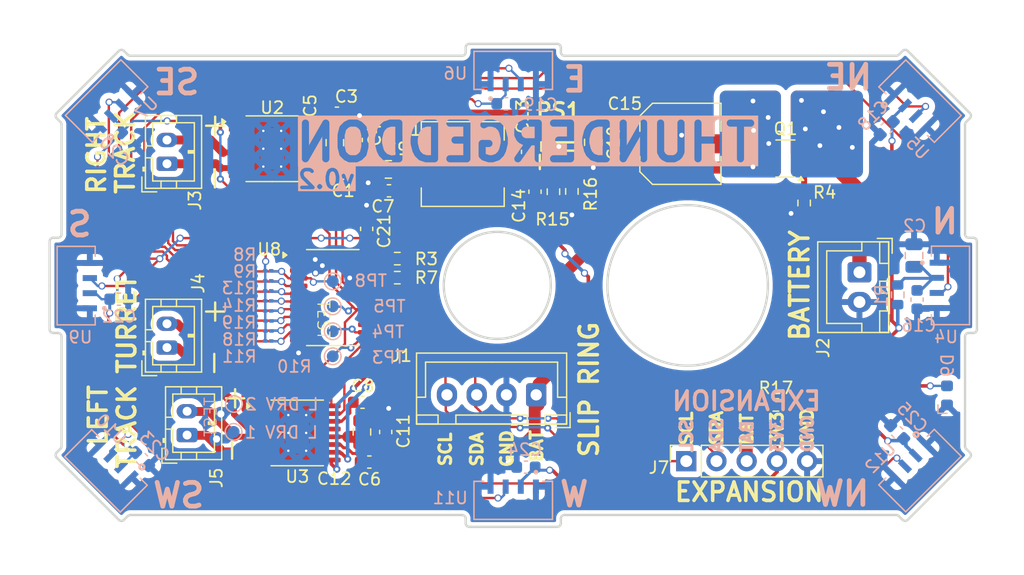
<source format=kicad_pcb>
(kicad_pcb (version 20241229) (generator "pcbnew") (generator_version "9.0")
  (layers (0 "F.Cu" signal) (2 "B.Cu" signal) (13 "F.Paste" user) (15 "B.Paste" user) (5 "F.SilkS" user "F.Silkscreen") (7 "B.SilkS" user "B.Silkscreen") (1 "F.Mask" user) (3 "B.Mask" user) (25 "Edge.Cuts" user))
  (net 0 "")
  (net 1 "+BATT")
  (net 2 "GND")
  (net 3 "Net-(U3-VCP)")
  (net 4 "/VBAT_RAW")
  (net 5 "/SDA")
  (net 6 "/SCL")
  (net 7 "/Left Drive Motor 2")
  (net 8 "/Left Drive Motor 1")
  (net 9 "/Right Drive Motor 1")
  (net 10 "/Right Drive Motor 2")
  (net 11 "/Turret Motor 2")
  (net 12 "/Turret Motor 1")
  (net 13 "/Motors Sleep")
  (net 14 "/Turret Motor Control 1")
  (net 15 "/Turret Motor Control 2")
  (net 16 "+3V3_HULL")
  (net 17 "Net-(U2-VCP)")
  (net 18 "Net-(U2-VINT)")
  (net 19 "Net-(U3-VINT)")
  (net 21 "Net-(PS1-BS)")
  (net 22 "Net-(Q1-G)")
  (net 25 "Net-(PS1-LX)")
  (net 26 "Net-(PS1-FB)")
  (net 30 "/Right Motor Control 1")
  (net 31 "/Left Motor Control 1")
  (net 32 "/Left Motor Control 2")
  (net 33 "/Right Motor Control 2")
  (net 34 "Net-(D9-A)")
  (net 35 "/IR Receive SE")
  (net 36 "/IR Receive E")
  (net 37 "/IR Receive NE")
  (net 38 "/IR Receive N")
  (net 39 "/IR Receive NW")
  (net 40 "/IR Receive W")
  (net 41 "/IR Receive SW")
  (net 42 "/IR Receive S")
  (net 45 "Net-(U4-VCC)")
  (footprint "Connector_JST:JST_XH_B2B-XH-A_1x02_P2.50mm_Vertical" (layer "F.Cu") (at 147.2 101.55 -90)
    (property "Reference" "J2")
    (property "Value" "Conn_01x02_Socket")
  )
  (footprint "Resistor_SMD:R_0603_1608Metric" (layer "F.Cu") (at 140.175 112.7)
    (property "Reference" "R17")
    (property "Value" "1k2Ω")
  )
  (footprint "Capacitor_SMD:C_0805_2012Metric" (layer "F.Cu") (at 105.375 114.975 -90)
    (property "Reference" "C12")
    (property "Value" "10uF")
  )
  (footprint "Capacitor_SMD:C_0603_1608Metric" (layer "F.Cu") (at 105.775 97.9 -90)
    (property "Reference" "C21")
    (property "Value" "100nF")
  )
  (footprint "Capacitor_SMD:C_0603_1608Metric" (layer "F.Cu") (at 119.3 91.425 90)
    (property "Reference" "C13")
    (property "Value" "100nF")
  )
  (footprint "Capacitor_SMD:C_0603_1608Metric" (layer "F.Cu") (at 119.925 94.775 -90)
    (property "Reference" "C14")
    (property "Value" "22pF")
  )
  (footprint "Thundergeddon:SOT95P285X100-6N" (layer "F.Cu") (at 121.932 90.975 90)
    (property "Reference" "PS1")
    (property "Value" "SY8113BADC" (hide yes))
  )
  (footprint "Connector_JST:JST_PH_B2B-PH-K_1x02_P2.00mm_Vertical" (layer "F.Cu") (at 88.988 92.427 90)
    (property "Reference" "J3")
    (property "Value" "Conn_01x02_Socket")
  )
  (footprint "Package_TO_SOT_SMD:SOT-23-3" (layer "F.Cu") (at 140.975 91.9875 180)
    (property "Reference" "Q1")
    (property "Value" "Q_PMOS")
  )
  (footprint "Package_SO:HTSSOP-16-1EP_4.4x5mm_P0.65mm_EP3.4x5mm_Mask2.46x2.31mm_ThermalVias" (layer "F.Cu") (at 97.8375 91.1625)
    (property "Reference" "U2")
    (property "Value" "DRV8833PWP")
  )
  (footprint "Capacitor_SMD:C_0805_2012Metric" (layer "F.Cu") (at 103.1 90.65 -90)
    (property "Reference" "C5")
    (property "Value" "10uF")
  )
  (footprint "Connector_JST:JST_PH_B2B-PH-K_1x02_P2.00mm_Vertical" (layer "F.Cu") (at 88.988 107.877 90)
    (property "Reference" "J4")
    (property "Value" "Conn_01x02_Socket")
  )
  (footprint "Connector_JST:JST_PH_B2B-PH-K_1x02_P2.00mm_Vertical" (layer "F.Cu") (at 90.678 115.2332 90)
    (property "Reference" "J5")
    (property "Value" "Conn_01x02_Socket")
  )
  (footprint "Capacitor_SMD:C_0603_1608Metric" (layer "F.Cu") (at 107.375 114.975 -90)
    (property "Reference" "C11")
    (property "Value" "100nF")
  )
  (footprint "Package_SO:TSSOP-24_4.4x7.8mm_P0.65mm" (layer "F.Cu") (at 102.925 103.675)
    (property "Reference" "U8")
    (property "Value" "PCA9555PW")
  )
  (footprint "Capacitor_SMD:C_0603_1608Metric" (layer "F.Cu") (at 105.425 112.475 180)
    (property "Reference" "C8")
    (property "Value" "2.2uF")
  )
  (footprint "Capacitor_SMD:CP_Elec_6.3x7.7" (layer "F.Cu") (at 132.15 90.75)
    (property "Reference" "C15")
    (property "Value" "220uF")
  )
  (footprint "Capacitor_SMD:C_0603_1608Metric" (layer "F.Cu") (at 107.65 94.7 180)
    (property "Reference" "C7")
    (property "Value" "100nF")
  )
  (footprint "Capacitor_SMD:C_0805_2012Metric" (layer "F.Cu") (at 107.6 92.9 180)
    (property "Reference" "C9")
    (property "Value" "47uF")
  )
  (footprint "Resistor_SMD:R_0603_1608Metric" (layer "F.Cu") (at 123.025 94.75 90)
    (property "Reference" "R16")
    (property "Value" "22kΩ")
  )
  (footprint "Capacitor_SMD:C_0805_2012Metric" (layer "F.Cu") (at 124.825 90.625 90)
    (property "Reference" "C10")
    (property "Value" "10uF")
  )
  (footprint "Connector_JST:JST_XH_B4B-XH-A_1x04_P2.50mm_Vertical" (layer "F.Cu") (at 120.025 111.85 180)
    (property "Reference" "J1")
    (property "Value" "SlipRing_4")
  )
  (footprint "Resistor_SMD:R_0603_1608Metric" (layer "F.Cu") (at 108.35 100.4 180)
    (property "Reference" "R3")
    (property "Value" "3.3kΩ")
  )
  (footprint "Capacitor_SMD:C_0603_1608Metric" (layer "F.Cu") (at 103.7 93.225 180)
    (property "Reference" "C1")
    (property "Value" "0.01uF")
  )
  (footprint "Inductor_SMD:L_Changjiang_FXL0630" (layer "F.Cu") (at 113.85 92.45 180)
    (property "Reference" "L1")
    (property "Value" "4.7uH")
  )
  (footprint "Resistor_SMD:R_0603_1608Metric" (layer "F.Cu") (at 121.475 94.775 90)
    (property "Reference" "R15")
    (property "Value" "100kΩ")
  )
  (footprint "Package_SO:HTSSOP-16-1EP_4.4x5mm_P0.65mm_EP3.4x5mm_Mask2.46x2.31mm_ThermalVias" (layer "F.Cu") (at 99.938 115.052)
    (property "Reference" "U3")
    (property "Value" "DRV8833PWP")
  )
  (footprint "Capacitor_SMD:C_0603_1608Metric" (layer "F.Cu") (at 106 117.5 180)
    (property "Reference" "C6")
    (property "Value" "0.01uF")
  )
  (footprint "Capacitor_SMD:C_0603_1608Metric" (layer "F.Cu") (at 103.275 88.175 180)
    (property "Reference" "C3")
    (property "Value" "2.2uF")
  )
  (footprint "Resistor_SMD:R_0603_1608Metric" (layer "F.Cu") (at 142.55 95.725 -90)
    (property "Reference" "R4")
    (property "Value" "100kΩ")
  )
  (footprint "Capacitor_SMD:C_0603_1608Metric" (layer "F.Cu") (at 104.9 90.425 -90)
    (property "Reference" "C4")
    (property "Value" "100nF")
  )
  (footprint "Resistor_SMD:R_0603_1608Metric" (layer "F.Cu") (at 108.35 102 180)
    (property "Reference" "R7")
    (property "Value" "3.3kΩ")
  )
  (footprint "Connector_PinSocket_2.54mm:PinSocket_1x05_P2.54mm_Vertical" (layer "F.Cu") (at 132.6388 117.4242 90)
    (property "Reference" "J7")
    (property "Value" "Conn_01x05")
  )
  (footprint "Everlight IR receiver:XDCR_IRM-V838M3_TR1" (layer "B.Cu") (at 154.85 102.65 -90)
    (property "Reference" "U4")
    (property "Value" "IRM-V838M3-C/TR1")
  )
  (footprint "Capacitor_SMD:C_0603_1608Metric" (layer "B.Cu") (at 86.8934 117.2464 135)
    (property "Reference" "C23")
    (property "Value" "100nF")
  )
  (footprint "Capacitor_SMD:C_0603_1608Metric" (layer "B.Cu") (at 119.1638 117.9322)
    (property "Reference" "C24")
    (property "Value" "100nF")
  )
  (footprint "Capacitor_SMD:C_0603_1608Metric" (layer "B.Cu") (at 117.488 87.376 180)
    (property "Reference" "C19")
    (property "Value" "100nF")
  )
  (footprint "TestPoint:TestPoint_Pad_D1.0mm" (layer "B.Cu") (at 94.59 114.965 -90)
    (property "Reference" "TP6" (hide yes))
    (property "Value" "TestPoint")
  )
  (footprint "Resistor_SMD:R_01005_0402Metric" (layer "B.Cu") (at 97.5 103.953571)
    (property "Reference" "R14")
    (property "Value" "10kΩ")
  )
  (footprint "Capacitor_SMD:C_0603_1608Metric" (layer "B.Cu") (at 149.489792 89.422608 45)
    (property "Reference" "C18")
    (property "Value" "100nF")
  )
  (footprint "TestPoint:TestPoint_Pad_D1.0mm" (layer "B.Cu") (at 102.9208 108.6104 180)
    (property "Reference" "TP3")
    (property "Value" "TestPoint")
  )
  (footprint "Everlight IR receiver:XDCR_IRM-V838M3_TR1" (layer "B.Cu") (at 83.912929 87.157006 45)
    (property "Reference" "U7")
    (property "Value" "IRM-V838M3-C/TR1")
  )
  (footprint "Everlight IR receiver:XDCR_IRM-V838M3_TR1" (layer "B.Cu") (at 118.095 120.7223 180)
    (property "Reference" "U11")
    (property "Value" "IRM-V838M3-C/TR1")
  )
  (footprint "Capacitor_SMD:C_0603_1608Metric" (layer "B.Cu") (at 85.714208 90.362408 135)
    (property "Reference" "C20")
    (property "Value" "100nF")
  )
  (footprint "Resistor_SMD:R_0603_1608Metric" (layer "B.Cu") (at 150.4188 103.441 90)
    (property "Reference" "R1")
    (property "Value" "47")
  )
  (footprint "Capacitor_SMD:C_0603_1608Metric" (layer "B.Cu") (at 84.9506 103.8098 180)
    (property "Reference" "C22")
    (property "Value" "100nF")
  )
  (footprint "TestPoint:TestPoint_Pad_D1.0mm" (layer "B.Cu") (at 102.9208 102.3112 180)
    (property "Reference" "TP8")
    (property "Value" "TestPoint")
  )
  (footprint "Capacitor_SMD:C_0603_1608Metric" (layer "B.Cu") (at 150.368 114.9858 -45)
    (property "Reference" "C25")
    (property "Value" "100nF")
  )
  (footprint "Resistor_SMD:R_01005_0402Metric" (layer "B.Cu") (at 97.5 104.796429 180)
    (property "Reference" "R19")
    (property "Value" "10kΩ")
  )
  (footprint "TestPoint:TestPoint_Pad_D1.0mm" (layer "B.Cu") (at 94.615 112.615 -90)
    (property "Reference" "TP7" (hide yes))
    (property "Value" "TestPoint")
  )
  (footprint "Resistor_SMD:R_01005_0402Metric" (layer "B.Cu") (at 97.5 103.110714)
    (property "Reference" "R13")
    (property "Value" "10kΩ")
  )
  (footprint "Resistor_SMD:R_01005_0402Metric" (layer "B.Cu") (at 97.525 105.639286 180)
    (property "Reference" "R18")
    (property "Value" "10kΩ")
  )
  (footprint "Everlight IR receiver:XDCR_IRM-V838M3_TR1" (layer "B.Cu") (at 152.292994 87.162929 -45)
    (property "Reference" "U5")
    (property "Value" "IRM-V838M3-C/TR1")
  )
  (footprint "TestPoint:TestPoint_Pad_D1.0mm" (layer "B.Cu") (at 102.9208 106.510667 180)
    (property "Reference" "TP4")
    (property "Value" "TestPoint")
  )
  (footprint "Resistor_SMD:R_01005_0402Metric" (layer "B.Cu") (at 97.5 107.325 180)
    (property "Reference" "R10")
    (property "Value" "10kΩ")
  )
  (footprint "Everlight IR receiver:XDCR_IRM-V838M3_TR1" (layer "B.Cu") (at 118.095 84.5777)
    (property "Reference" "U6")
    (property "Value" "IRM-V838M3-C/TR1")
  )
  (footprint "Resistor_SMD:R_01005_0402Metric" (layer "B.Cu") (at 97.525 106.482143 180)
    (property "Reference" "R11")
    (property "Value" "10kΩ")
  )
  (footprint "Resistor_SMD:R_01005_0402Metric" (layer "B.Cu") (at 97.5 101.425)
    (property "Reference" "R8")
    (property "Value" "10kΩ")
  )
  (footprint "Everlight IR receiver:XDCR_IRM-V838M3_TR1" (layer "B.Cu") (at 83.862929 118.242994 135)
    (property "Reference" "U10")
    (property "Value" "IRM-V838M3-C/TR1")
  )
  (footprint "Capacitor_SMD:C_0603_1608Metric" (layer "B.Cu") (at 152.0444 103.8482 90)
    (property "Reference" "C16")
    (property "Value" "100nF")
  )
  (footprint "Resistor_SMD:R_01005_0402Metric" (layer "B.Cu") (at 97.5 102.267857)
    (property "Reference" "R9")
    (property "Value" "10kΩ")
  )
  (footprint "Everlight IR receiver:XDCR_IRM-V838M3_TR1" (layer "B.Cu") (at 152.287071 118.217994 -135)
    (property "Reference" "U12")
    (property "Value" "IRM-V838M3-C/TR1")
  )
  (footprint "LED_SMD:LED_Kingbright_APA1606_1.6x0.6mm_Horizontal" (layer "B.Cu") (at 154.5593 111.8975 90)
    (property "Reference" "D9")
    (property "Value" "LED")
  )
  (footprint "TestPoint:TestPoint_Pad_D1.0mm" (layer "B.Cu") (at 102.9208 104.410933 180)
    (property "Reference" "TP5")
    (property "Value" "TestPoint")
  )
  (footprint "Everlight IR receiver:XDCR_IRM-V838M3_TR1" (layer "B.Cu") (at 81.3527 102.67 90)
    (property "Reference" "U9")
    (property "Value" "IRM-V838M3-C/TR1")
  )
  (footprint "Capacitor_SMD:C_0805_2012Metric" (layer "B.Cu") (at 151.7904 100.142 -90)
    (property "Reference" "C2")
    (property "Value" "4.7uF")
  )
  (gr_arc (start 156.374829 98.65) (mid 156.162582 98.562117) (end 156.074687 98.344001) (stroke (width 0.2)) (layer "Edge.Cuts"))
  (gr_line (start 79.712867 116.705279) (end 80.037133 116.381013) (stroke (width 0.2)) (layer "Edge.Cuts"))
  (gr_line (start 79.825 98.65) (end 79.425 98.65) (stroke (width 0.2)) (layer "Edge.Cuts"))
  (gr_line (start 79.125 106.35) (end 79.125 102.65) (stroke (width 0.2)) (layer "Edge.Cuts"))
  (gr_line (start 151.25423 82.937869) (end 156.48682 88.170459) (stroke (width 0.2)) (layer "Edge.Cuts"))
  (gr_arc (start 85.369721 122.362131) (mid 85.15759 122.45) (end 84.945459 122.362133) (stroke (width 0.2)) (layer "Edge.Cuts"))
  (gr_arc (start 79.712869 88.594721) (mid 79.625 88.38259) (end 79.712867 88.170459) (stroke (width 0.2)) (layer "Edge.Cuts"))
  (gr_arc (start 80.125 98.35) (mid 80.037132 98.562132) (end 79.825 98.65) (stroke (width 0.2)) (layer "Edge.Cuts"))
  (gr_arc (start 121.799846 82.35) (mid 122.011976 82.437867) (end 122.099843 82.649997) (stroke (width 0.2)) (layer "Edge.Cuts"))
  (gr_line (start 79.125 98.95) (end 79.125 102.65) (stroke (width 0.2)) (layer "Edge.Cuts"))
  (gr_line (start 157.074687 106.34997) (end 157.074687 102.65) (stroke (width 0.2)) (layer "Edge.Cuts"))
  (gr_line (start 118.099843 122.95) (end 121.799846 122.95) (stroke (width 0.2)) (layer "Edge.Cuts"))
  (gr_line (start 85.369722 122.362132) (end 85.693987 122.037867) (stroke (width 0.2)) (layer "Edge.Cuts"))
  (gr_arc (start 114.399843 122.95) (mid 114.187711 122.862132) (end 114.099843 122.65) (stroke (width 0.2)) (layer "Edge.Cuts"))
  (gr_arc (start 157.074687 106.34997) (mid 156.986816 106.562117) (end 156.774659 106.65) (stroke (width 0.2)) (layer "Edge.Cuts"))
  (gr_arc (start 156.48682 116.705279) (mid 156.574688 116.91741) (end 156.48682 117.129541) (stroke (width 0.2)) (layer "Edge.Cuts"))
  (gr_arc (start 150.829966 82.937867) (mid 151.042097 82.85) (end 151.25423 82.937869) (stroke (width 0.2)) (layer "Edge.Cuts"))
  (gr_line (start 157.074687 98.95) (end 157.074687 102.65) (stroke (width 0.2)) (layer "Edge.Cuts"))
  (gr_arc (start 122.099843 122.650003) (mid 122.011976 122.862133) (end 121.799846 122.95) (stroke (width 0.2)) (layer "Edge.Cuts"))
  (gr_arc (start 114.099843 83.050003) (mid 114.011976 83.262133) (end 113.799846 83.35) (stroke (width 0.2)) (layer "Edge.Cuts"))
  (gr_arc (start 156.774729 98.65) (mid 156.986846 98.737853) (end 157.074687 98.95) (stroke (width 0.2)) (layer "Edge.Cuts"))
  (gr_line (start 122.099843 122.650003) (end 122.099843 122.25) (stroke (width 0.2)) (layer "Edge.Cuts"))
  (gr_line (start 156.48682 116.705279) (end 156.162585 116.381044) (stroke (width 0.2)) (layer "Edge.Cuts"))
  (gr_line (start 113.799846 83.35) (end 85.906117 83.35) (stroke (width 0.2)) (layer "Edge.Cuts"))
  (gr_arc (start 151.25423 122.362131) (mid 151.042097 122.45) (end 150.829966 122.362133) (stroke (width 0.2)) (layer "Edge.Cuts"))
  (gr_line (start 118.099843 122.95) (end 114.399843 122.95) (stroke (width 0.2)) (layer "Edge.Cuts"))
  (gr_arc (start 122.099843 122.25) (mid 122.187711 122.037868) (end 122.399843 121.95) (stroke (width 0.2)) (layer "Edge.Cuts"))
  (gr_line (start 118.099843 82.35) (end 121.799846 82.35) (stroke (width 0.2)) (layer "Edge.Cuts"))
  (gr_arc (start 79.425 106.65) (mid 79.212868 106.562132) (end 79.125 106.35) (stroke (width 0.2)) (layer "Edge.Cuts"))
  (gr_arc (start 79.825 106.65) (mid 80.037132 106.737868) (end 80.125 106.95) (stroke (width 0.2)) (layer "Edge.Cuts"))
  (gr_line (start 156.074687 106.94997) (end 156.074687 116.1718) (stroke (width 0.2)) (layer "Edge.Cuts"))
  (gr_arc (start 79.125 98.95) (mid 79.212868 98.737868) (end 79.425 98.65) (stroke (width 0.2)) (layer "Edge.Cuts"))
  (gr_arc (start 113.799846 121.95) (mid 114.011976 122.037867) (end 114.099843 122.249997) (stroke (width 0.2)) (layer "Edge.Cuts"))
  (gr_line (start 156.48682 88.594721) (end 156.162555 88.918986) (stroke (width 0.2)) (layer "Edge.Cuts"))
  (gr_circle (center 132.755465 102.65) (end 126.005465 102.65) (stroke (width 0.2)) (fill no) (layer "Edge.Cuts"))
  (gr_line (start 151.25423 122.362131) (end 156.48682 117.129541) (stroke (width 0.2)) (layer "Edge.Cuts"))
  (gr_line (start 114.099843 122.65) (end 114.099843 122.249997) (stroke (width 0.2)) (layer "Edge.Cuts"))
  (gr_arc (start 156.162585 116.381044) (mid 156.097538 116.283684) (end 156.074687 116.1718) (stroke (width 0.2)) (layer "Edge.Cuts"))
  (gr_line (start 80.125 106.95) (end 80.125 116.168883) (stroke (width 0.2)) (layer "Edge.Cuts"))
  (gr_arc (start 80.125 116.168883) (mid 80.102164 116.283687) (end 80.037133 116.381013) (stroke (width 0.2)) (layer "Edge.Cuts"))
  (gr_arc (start 122.399843 83.35) (mid 122.187711 83.262132) (end 122.099843 83.05) (stroke (width 0.2)) (layer "Edge.Cuts"))
  (gr_line (start 150.829966 82.937867) (end 150.5057 83.262133) (stroke (width 0.2)) (layer "Edge.Cuts"))
  (gr_arc (start 85.693987 122.037867) (mid 85.791313 121.972836) (end 85.906116 121.95) (stroke (width 0.2)) (layer "Edge.Cuts"))
  (gr_line (start 156.374829 98.65) (end 156.774729 98.65) (stroke (width 0.2)) (layer "Edge.Cuts"))
  (gr_line (start 79.712868 88.594722) (end 80.037133 88.918987) (stroke (width 0.2)) (layer "Edge.Cuts"))
  (gr_arc (start 80.037133 88.918987) (mid 80.102164 89.016313) (end 80.125 89.131116) (stroke (width 0.2)) (layer "Edge.Cuts"))
  (gr_line (start 156.074687 98.344001) (end 156.074687 89.1311) (stroke (width 0.2)) (layer "Edge.Cuts"))
  (gr_circle (center 116.755465 102.65) (end 121.255465 102.65) (stroke (width 0.2)) (fill no) (layer "Edge.Cuts"))
  (gr_arc (start 84.945457 82.937869) (mid 85.15759 82.85) (end 85.369721 82.937869) (stroke (width 0.2)) (layer "Edge.Cuts"))
  (gr_arc (start 79.712869 117.129541) (mid 79.625 116.91741) (end 79.712867 116.705279) (stroke (width 0.2)) (layer "Edge.Cuts"))
  (gr_line (start 114.099843 82.65) (end 114.099843 83.050003) (stroke (width 0.2)) (layer "Edge.Cuts"))
  (gr_line (start 79.825 106.65) (end 79.425 106.65) (stroke (width 0.2)) (layer "Edge.Cuts"))
  (gr_arc (start 114.099843 82.65) (mid 114.187711 82.437868) (end 114.399843 82.35) (stroke (width 0.2)) (layer "Edge.Cuts"))
  (gr_arc (start 150.293569 121.95) (mid 150.408374 121.972836) (end 150.505701 122.037868) (stroke (width 0.2)) (layer "Edge.Cuts"))
  (gr_line (start 122.399843 121.95) (end 150.293569 121.95) (stroke (width 0.2)) (layer "Edge.Cuts"))
  (gr_line (start 150.829966 122.362133) (end 150.505701 122.037868) (stroke (width 0.2)) (layer "Edge.Cuts"))
  (gr_line (start 118.099843 82.35) (end 114.399843 82.35) (stroke (width 0.2)) (layer "Edge.Cuts"))
  (gr_arc (start 156.074687 89.1311) (mid 156.097515 89.016307) (end 156.162555 88.918986) (stroke (width 0.2)) (layer "Edge.Cuts"))
  (gr_line (start 156.374659 106.65) (end 156.774659 106.65) (stroke (width 0.2)) (layer "Edge.Cuts"))
  (gr_arc (start 156.48682 88.170459) (mid 156.574688 88.38259) (end 156.48682 88.594721) (stroke (width 0.2)) (layer "Edge.Cuts"))
  (gr_arc (start 85.906117 83.35) (mid 85.791313 83.327164) (end 85.693987 83.262133) (stroke (width 0.2)) (layer "Edge.Cuts"))
  (gr_arc (start 156.074687 106.94997) (mid 156.162552 106.737853) (end 156.374659 106.65) (stroke (width 0.2)) (layer "Edge.Cuts"))
  (gr_arc (start 150.5057 83.262133) (mid 150.408374 83.327164) (end 150.293569 83.349999) (stroke (width 0.2)) (layer "Edge.Cuts"))
  (gr_line (start 85.369722 82.937868) (end 85.693987 83.262133) (stroke (width 0.2)) (layer "Edge.Cuts"))
  (gr_line (start 122.099843 82.649997) (end 122.099843 83.05) (stroke (width 0.2)) (layer "Edge.Cuts"))
  (gr_line (start 80.125 98.35) (end 80.125 89.131116) (stroke (width 0.2)) (layer "Edge.Cuts"))
  (gr_line (start 84.945459 122.362133) (end 79.712868 117.129542) (stroke (width 0.2)) (layer "Edge.Cuts"))
  (gr_line (start 113.799846 121.95) (end 85.906116 121.95) (stroke (width 0.2)) (layer "Edge.Cuts"))
  (gr_line (start 122.399843 83.35) (end 150.293569 83.35) (stroke (width 0.2)) (layer "Edge.Cuts"))
  (gr_line (start 84.945457 82.937869) (end 79.712867 88.170459) (stroke (width 0.2)) (layer "Edge.Cuts"))
  (gr_text "SDA" (at 135.7763 113.076581 90) (layer "F.SilkS") (effects (font (size 1 1) (thickness 0.25) (bold yes)) (justify right bottom)))
  (gr_text "+" (at 91.6686 90.2462 0) (layer "F.SilkS") (effects (font (size 2 2) (thickness 0.2) (bold yes)) (justify left bottom)))
  (gr_text "GND" (at 143.3888 112.838486 90) (layer "F.SilkS") (effects (font (size 1 1) (thickness 0.25) (bold yes)) (justify right bottom)))
  (gr_text "TEST" (at 101.5492 103.7844 270) (layer "F.SilkS") (effects (font (size 1 1) (thickness 0.1)) (justify left bottom)))
  (gr_text "SLIP RING" (at 125.3744 117.2464 90) (layer "F.SilkS") (effects (font (size 1.55 1.5) (thickness 0.3) (bold yes)) (justify left bottom)))
  (gr_text "GND" (at 118.1458 114.6838 90) (layer "F.SilkS") (effects (font (size 1 1) (thickness 0.25) (bold yes)) (justify right bottom)))
  (gr_text "BAT" (at 120.6458 114.6838 90) (layer "F.SilkS") (effects (font (size 1 1) (thickness 0.25) (bold yes)) (justify right bottom)))
  (gr_text "SCL" (at 112.9708 114.8838 90) (layer "F.SilkS") (effects (font (size 1 1) (thickness 0.25) (bold yes)) (justify right bottom)))
  (gr_text "BAT" (at 138.3138 113.267057 90) (layer "F.SilkS") (effects (font (size 1 1) (thickness 0.25) (bold yes)) (justify right bottom)))
  (gr_text "SCL" (at 133.2388 113.1242 90) (layer "F.SilkS") (effects (font (size 1 1) (thickness 0.25) (bold yes)) (justify right bottom)))
  (gr_text "BATTERY" (at 143.075 107.45 90) (layer "F.SilkS") (effects (font (size 1.55 1.5) (thickness 0.3) (bold yes)) (justify left bottom)))
  (gr_text "TURRET" (at 86.487 110.236 90) (layer "F.SilkS") (effects (font (size 1.5 1.5) (thickness 0.3) (bold yes)) (justify left bottom)))
  (gr_text "LEFT\nTRACK" (at 86.487 110.871 90) (layer "F.SilkS") (effects (font (size 1.5 1.5) (thickness 0.3) (bold yes)) (justify right bottom)))
  (gr_text "-" (at 93.98 110.5408 90) (layer "F.SilkS") (effects (font (size 2 2) (thickness 0.2) (bold yes)) (justify left bottom)))
  (gr_text "EXPANSION" (at 131.5212 120.9294 0) (layer "F.SilkS") (effects (font (size 1.55 1.5) (thickness 0.3) (bold yes)) (justify left bottom)))
  (gr_text "3V3" (at 140.8513 113.1242 90) (layer "F.SilkS") (effects (font (size 1 1) (thickness 0.25) (bold yes)) (justify right bottom)))
  (gr_text "-" (at 94.0308 95.0214 90) (layer "F.SilkS") (effects (font (size 2 2) (thickness 0.2) (bold yes)) (justify left bottom)))
  (gr_text "+" (at 91.6686 105.8672 0) (layer "F.SilkS") (effects (font (size 2 2) (thickness 0.2) (bold yes)) (justify left bottom)))
  (gr_text "RIGHT\nTRACK" (at 86.36 95.123 90) (layer "F.SilkS") (effects (font (size 1.5 1.5) (thickness 0.3) (bold yes)) (justify left bottom)))
  (gr_text "+" (at 93.345 113.157 0) (layer "F.SilkS") (effects (font (size 2 2) (thickness 0.2) (bold yes)) (justify left bottom)))
  (gr_text "-" (at 95.4786 117.8306 90) (layer "F.SilkS") (effects (font (size 2 2) (thickness 0.2) (bold yes)) (justify left bottom)))
  (gr_text "SDA" (at 115.6208 114.8588 90) (layer "F.SilkS") (effects (font (size 1 1) (thickness 0.25) (bold yes)) (justify right bottom)))
  (gr_text "L DRV 2" (at 101.820658 113.2332 0) (layer "B.SilkS") (effects (font (size 1 1)) (justify left bottom mirror)))
  (gr_text "SW" (at 92.325 121.475 -0) (layer "B.SilkS") (effects (font (size 2 2) (thickness 0.4) (bold yes)) (justify left bottom mirror)))
  (gr_text "N" (at 153.0604 95.9104 180) (layer "B.SilkS") (effects (font (size 2 2) (thickness 0.4) (bold yes)) (justify left bottom mirror)))
  (gr_text "W" (at 124.625 121.375 -0) (layer "B.SilkS") (effects (font (size 2 2) (thickness 0.4) (bold yes)) (justify left bottom mirror)))
  (gr_text "E" (at 124.4346 86.5124 0) (layer "B.SilkS") (effects (font (size 2 2) (thickness 0.4) (bold yes)) (justify left bottom mirror)))
  (gr_text "BAT" (at 138.3259 116.8146 90) (layer "B.SilkS") (effects (font (size 1 1) (thickness 0.25) (bold yes)) (justify right bottom mirror)))
  (gr_text "SCL" (at 133.2509 116.8146 90) (layer "B.SilkS") (effects (font (size 1 1) (thickness 0.25) (bold yes)) (justify right bottom mirror)))
  (gr_text "NW" (at 148.225 121.325 -0) (layer "B.SilkS") (effects (font (size 2 2) (thickness 0.4) (bold yes)) (justify left bottom mirror)))
  (gr_text "SDA" (at 135.7884 116.8146 90) (layer "B.SilkS") (effects (font (size 1 1) (thickness 0.25) (bold yes)) (justify right bottom mirror)))
  (gr_text "3V3" (at 140.8634 116.8146 90) (layer "B.SilkS") (effects (font (size 1 1) (thickness 0.25) (bold yes)) (justify right bottom mirror)))
  (gr_text "TEST" (at 93.2434 111.9632 -270) (layer "B.SilkS") (effects (font (size 1 1) (thickness 0.1)) (justify left bottom mirror)))
  (gr_text "EXPANSION" (at 144.1196 113.284 0) (layer "B.SilkS") (effects (font (size 1.55 1.5) (thickness 0.3) (bold yes)) (justify left bottom mirror)))
  (gr_text "v0.2" (at 104.9528 94.615 0) (layer "B.SilkS" knockout) (effects (font (size 1.5 1.5) (thickness 0.3) (bold yes)) (justify left bottom mirror)))
  (gr_text "S" (at 82.8548 98.679 0) (layer "B.SilkS") (effects (font (size 2 2) (thickness 0.4) (bold yes)) (justify left bottom mirror)))
  (gr_text "SE" (at 91.9226 86.741 0) (layer "B.SilkS") (effects (font (size 2 2) (thickness 0.4) (bold yes)) (justify left bottom mirror)))
  (gr_text "GND" (at 143.4009 116.8146 90) (layer "B.SilkS") (effects (font (size 1 1) (thickness 0.25) (bold yes)) (justify right bottom mirror)))
  (gr_text "THUNDERGEDDON" (at 138.7348 92.4052 0) (layer "B.SilkS" knockout) (effects (font (size 3 3) (thickness 0.6) (bold yes)) (justify left bottom mirror)))
  (gr_text "L DRV 1" (at 95.4278 115.5954 0) (layer "B.SilkS") (effects (font (size 1 1)) (justify right bottom mirror)))
  (gr_text "NE" (at 148.463 86.3346 0) (layer "B.SilkS") (effects (font (size 2 2) (thickness 0.4) (bold yes)) (justify left bottom mirror)))
  (segment (start 104.5 91.6) (end 103.1 91.6) (width 1) (layer "F.Cu") (net 1))
  (segment (start 107.375 115.75) (end 108.386 115.75) (width 1) (layer "F.Cu") (net 1))
  (segment (start 103.1 91.6) (end 102.125 91.6) (width 0.7) (layer "F.Cu") (net 1))
  (segment (start 122.882 89.675) (end 127 89.675) (width 1) (layer "F.Cu") (net 1))
  (segment (start 119.05 115.975) (end 109.015 115.975) (width 1) (layer "F.Cu") (net 1))
  (segment (start 137.725 117.418) (end 137.725 115.6) (width 1) (layer "F.Cu") (net 1))
  (segment (start 104.475 93.225) (end 104.4875 93.2125) (width 1) (layer "F.Cu") (net 1))
  (segment (start 122.4582 108.793) (end 126.3142 112.649) (width 1) (layer "F.Cu") (net 1))
  (segment (start 122.4534 107.9284) (end 122.4582 107.9332) (width 1) (layer "F.Cu") (net 1))
  (segment (start 105.625 91.2) (end 104.9 91.2) (width 1) (layer "F.Cu") (net 1))
  (segment (start 122.882 89.675) (end 122.083 89.675) (width 1) (layer "F.Cu") (net 1))
  (segment (start 102.125 91.6) (end 102.0125 91.4875) (width 0.7) (layer "F.Cu") (net 1))
  (segment (start 138.925 92.75) (end 132.25 92.75) (width 1) (layer "F.Cu") (net 1))
  (segment (start 132.25 92.75) (end 130.225 90.725) (width 1) (layer "F.Cu") (net 1))
  (segment (start 122.4534 101.5966) (end 122.4534 107.9284) (width 1) (layer "F.Cu") (net 1))
  (segment (start 102.0125 91.4875) (end 100.7 91.4875) (width 0.3) (layer "F.Cu") (net 1))
  (segment (start 106.775 117.5) (end 107.49 117.5) (width 1) (layer "F.Cu") (net 1))
  (segment (start 137.7188 117.4242) (end 137.725 117.418) (width 1) (layer "F.Cu") (net 1))
  (segment (start 107.49 117.5) (end 108.813 116.177) (width 1) (layer "F.Cu") (net 1))
  (segment (start 108.386 115.75) (end 108.813 116.177) (width 1) (layer "F.Cu") (net 1))
  (segment (start 127 89.675) (end 127.575 90.25) (width 1) (layer "F.Cu") (net 1))
  (segment (start 104.875 91.225) (end 104.9 91.2) (width 1) (layer "F.Cu") (net 1))
  (segment (start 104.875 92.6) (end 104.875 91.225) (width 1) (layer "F.Cu") (net 1))
  (segment (start 122.083 89.675) (end 122.083 88.508) (width 1) (layer "F.Cu") (net 1))
  (segment (start 119.9 115.125) (end 119.05 115.975) (width 1) (layer "F.Cu") (net 1))
  (segment (start 122.4582 107.9332) (end 122.4582 108.7168) (width 1) (layer "F.Cu") (net 1))
  (segment (start 120.225 112.7) (end 120.225 110.95) (width 1) (layer "F.Cu") (net 1))
  (segment (start 122.4582 108.7168) (end 122.4582 108.793) (width 1) (layer "F.Cu") (net 1))
  (segment (start 130.225 90.725) (end 127.825 90.725) (width 1) (layer "F.Cu") (net 1))
  (segment (start 119.951 112.649) (end 119.9 112.7) (width 1) (layer "F.Cu") (net 1))
  (segment (start 139.8375 91.9875) (end 139.6875 91.9875) (width 1) (layer "F.Cu") (net 1))
  (segment (start 104.4875 92.9875) (end 104.875 92.6) (width 1) (layer "F.Cu") (net 1))
  (segment (start 104.4875 93.2125) (end 104.4875 92.9875) (width 1) (layer "F.Cu") (net 1))
  (segment (start 104.9 91.2) (end 104.5 91.6) (width 1) (layer "F.Cu") (net 1))
  (segment (start 127.7 90.375) (end 127.575 90.25) (width 1) (layer "F.Cu") (net 1))
  (segment (start 126.3142 112.649) (end 134.774 112.649) (width 1) (layer "F.Cu") (net 1))
  (segment (start 105.375 115.925) (end 107.2 115.925) (width 1) (layer "F.Cu") (net 1))
  (segment (start 104.9 91.2) (end 104.75 91.2) (width 1) (layer "F.Cu") (net 1))
  (segment (start 105.375 115.925) (end 104.827 115.377) (width 1) (layer "F.Cu") (net 1))
  (segment (start 137.725 115.6) (end 134.774 112.649) (width 1) (layer "F.Cu") (net 1))
  (segment (start 127.575 90.25) (end 127.575 96.475) (width 1) (layer "F.Cu") (net 1))
  (segment (start 107.9375 88.8875) (end 105.625 91.2) (width 1) (layer "F.Cu") (net 1))
  (segment (start 108.451 88.374) (end 107.9375 88.8875) (width 1) (layer "F.Cu") (net 1))
  (segment (start 134.825 112.7) (end 134.774 112.649) (width 0.2) (layer "F.Cu") (net 1))
  (segment (start 104.827 115.377) (end 104.214978 115.377) (width 1) (layer "F.Cu") (net 1))
  (segment (start 109.015 115.975) (end 108.813 116.177) (width 1) (layer "F.Cu") (net 1))
  (segment (start 120.225 110.95) (end 122.4582 108.7168) (width 1) (layer "F.Cu") (net 1))
  (segment (start 102.8005 115.377) (end 104.063 115.377) (width 0.3) (layer "F.Cu") (net 1))
  (segment (start 139.35 112.7) (end 134.825 112.7) (width 0.3) (layer "F.Cu") (net 1))
  (segment (start 121.949 88.374) (end 108.451 88.374) (width 1) (layer "F.Cu") (net 1))
  (segment (start 107.2 115.925) (end 107.375 115.75) (width 1) (layer "F.Cu") (net 1))
  (segment (start 127.575 96.475) (end 122.4534 101.5966) (width 1) (layer "F.Cu") (net 1))
  (segment (start 139.6875 91.9875) (end 138.925 92.75) (width 1) (layer "F.Cu") (net 1))
  (segment (start 122.083 88.508) (end 121.949 88.374) (width 1) (layer "F.Cu") (net 1))
  (segment (start 119.9 112.7) (end 119.9 115.125) (width 1) (layer "F.Cu") (net 1))
  (via (at 139.525 88.535) (size 0.8) (drill 0.4) (layers "F.Cu" "B.Cu") (net 1))
  (via (at 138.25 87.15) (size 0.8) (drill 0.4) (layers "F.Cu" "B.Cu") (net 1))
  (via (at 139.575 90.725) (size 0.8) (drill 0.4) (layers "F.Cu" "B.Cu") (net 1))
  (via (at 138.3 89.625) (size 0.8) (drill 0.4) (layers "F.Cu" "B.Cu") (net 1))
  (via (at 138.25 92.69) (size 0.8) (drill 0.4) (layers "F.Cu" "B.Cu") (net 1))
  (segment (start 106.575 94.7) (end 106.875 94.7) (width 0.5) (layer "F.Cu") (net 2))
  (segment (start 101.175 100.75) (end 100.0625 100.75) (width 0.2) (layer "F.Cu") (net 2))
  (segment (start 124.825 92.75) (end 124.825 91.55) (width 0.5) (layer "F.Cu") (net 2))
  (segment (start 101.475 101.6) (end 101.475 101.5654) (width 0.5) (layer "F.Cu") (net 2))
  (segment (start 106.95 112.475) (end 106.2 112.475) (width 0.5) (layer "F.Cu") (net 2))
  (segment (start 105.9 94.025) (end 106.575 94.7) (width 0.5) (layer "F.Cu") (net 2))
  (segment (start 101.475 101.6) (end 101.275 101.4) (width 0.2) (layer "F.Cu") (net 2))
  (segment (start 104.85 88.375) (end 104.55 88.075) (width 0.3) (layer "F.Cu") (net 2))
  (segment (start 104.55 88.075) (end 104.15 88.075) (width 0.3) (layer "F.Cu") (net 2))
  (segment (start 105.775 97.125) (end 105.775 95.9198) (width 0.5) (layer "F.Cu") (net 2))
  (segment (start 105.775 95.9198) (end 105.7656 95.9104) (width 0.5) (layer "F.Cu") (net 2))
  (segment (start 104.05 87.875) (end 104.1 87.825) (width 0.3) (layer "F.Cu") (net 2))
  (segment (start 105.338 113.827) (end 105.313 113.802) (width 0.5) (layer "F.Cu") (net 2))
  (segment (start 107.464 112.989) (end 106.95 112.475) (width 0.5) (layer "F.Cu") (net 2))
  (segment (start 97.0755 114.077) (end 98.213 114.077) (width 0.3) (layer "F.Cu") (net 2))
  (segment (start 96.8625 90.1875) (end 97.8375 91.1625) (width 0.3) (layer "F.Cu") (net 2))
  (segment (start 101.475 100.5) (end 101.45 100.475) (width 0.2) (layer "F.Cu") (net 2))
  (segment (start 103.1 88.9) (end 103.1 89.7) (width 0.3) (layer "F.Cu") (net 2))
  (segment (start 132.95 90.725) (end 135.625 90.725) (width 1.2) (layer "F.Cu") (net 2))
  (segment (start 96.8625 92.1375) (end 97.8375 91.1625) (width 0.3) (layer "F.Cu") (net 2))
  (segment (start 106.125 93.8) (end 106.125 93.2) (width 0.5) (layer "F.Cu") (net 2))
  (segment (start 98.1625 90.8375) (end 97.8375 91.1625) (width 0.3) (layer "F.Cu") (net 2))
  (segment (start 123.025 95.575) (end 123.025 96.725) (width 0.5) (layer "F.Cu") (net 2))
  (segment (start 105.313 113.802) (end 105.313 113.527) (width 0.5) (layer "F.Cu") (net 2))
  (segment (start 104.35 102.025) (end 104.350735 102.025735) (width 0.2) (layer "F.Cu") (net 2))
  (segment (start 107.625 112.989) (end 107.464 112.989) (width 0.5) (layer "F.Cu") (net 2))
  (segment (start 98.213 114.077) (end 99.188 115.052) (width 0.3) (layer "F.Cu") (net 2))
  (segment (start 106.425 92.9) (end 106.65 92.9) (width 0.5) (layer "F.Cu") (net 2))
  (segment (start 141.45 96.6) (end 141.5 96.55) (width 0.5) (layer "F.Cu") (net 2))
  (segment (start 104.2125 87.9125) (end 104.05 88.075) (width 0.3) (layer "F.Cu") (net 2))
  (segment (start 103.925 88.075) (end 103.1 88.9) (width 0.3) (layer "F.Cu") (net 2))
  (segment (start 102.05 100.9904) (end 101.5596 100.5) (width 0.5) (layer "F.Cu") (net 2))
  (segment (start 102.8005 114.727) (end 100.263 114.727) (width 0.3) (layer "F.Cu") (net 2))
  (segment (start 101.5596 100.5) (end 101.475 100.5) (width 0.5) (layer "F.Cu") (net 2))
  (segment (start 103.95 88.075) (end 103.925 88.075) (width 0.3) (layer "F.Cu") (net 2))
  (segment (start 105.313 113.527) (end 106.2 112.64) (width 0.5) (layer "F.Cu") (net 2))
  (segment (start 104.05 88.175) (end 104.05 87.875) (width 0.3) (layer "F.Cu") (net 2))
  (segment (start 100.263 114.727) (end 99.938 115.052) (width 0.3) (layer "F.Cu") (net 2))
  (segment (start 104.95 89.525) (end 104.875 89.6) (width 0.3) (layer "F.Cu") (net 2))
  (segment (start 104.875 89.6) (end 104.875 89.625) (width 0.3) (layer "F.Cu") (net 2))
  (segment (start 94.975 92.1375) (end 96.8625 92.1375) (width 0.3) (layer "F.Cu") (net 2))
  (segment (start 107.625 112.989) (end 107.625 113.95) (width 0.5) (layer "F.Cu") (net 2))
  (segment (start 100.05 108.325) (end 100.05 107.2625) (width 0.5) (layer "F.Cu") (net 2))
  (segment (start 101.475 101.5654) (end 102.05 100.9904) (width 0.5) (layer "F.Cu") (net 2))
  (segment (start 104.05 88.175) (end 103.95 88.075) (width 0.3) (layer "F.Cu") (net 2))
  (segment (start 106.125 93.2) (end 106.425 92.9) (width 0.5) (layer "F.Cu") (net 2))
  (segment (start 105.175 88.375) (end 105.175 89.075) (width 0.3) (layer "F.Cu") (net 2))
  (segment (start 104.6 102.025735) (end 104.624265 102.05) (width 0.2) (layer "F.Cu") (net 2))
  (segment (start 97.0755 116.027) (end 98.963 116.027) (width 0.3) (layer "F.Cu") (net 2))
  (segment (start 141.5 96.55) (end 142.55 96.55) (width 0.5) (layer "F.Cu") (net 2))
  (segment (start 105.9 94.025) (end 106.125 93.8) (width 0.5) (layer "F.Cu") (net 2))
  (segment (start 121.932 92.275) (end 121.932 90.975) (width 0.5) (layer "F.Cu") (net 2))
  (segment (start 101.45 100.475) (end 101.175 100.75) (width 0.2) (layer "F.Cu") (net 2))
  (segment (start 105.175 88.375) (end 104.85 88.375) (width 0.3) (layer "F.Cu") (net 2))
  (segment (start 104.350735 102.025735) (end 104.6 102.025735) (width 0.2) (layer "F.Cu") (net 2))
  (segment (start 132.25 90.025) (end 132.95 90.725) (width 1.2) (layer "F.Cu") (net 2))
  (segment (start 101.275 101.4) (end 100.0625 101.4) (width 0.2) (layer "F.Cu") (net 2))
  (segment (start 105.175 89.075) (end 104.95 89.3) (width 0.3) (layer "F.Cu") (net 2))
  (segment (start 94.975 90.1875) (end 96.8625 90.1875) (width 0.3) (layer "F.Cu") (net 2))
  (segment (start 107.625 113.95) (end 107.375 114.2) (width 0.5) (layer "F.Cu") (net 2))
  (segment (start 104.624265 102.05) (end 105.7875 102.05) (width 0.2) (layer "F.Cu") (net 2))
  (segment (start 98.963 116.027) (end 99.938 115.052) (width 0.3) (layer "F.Cu") (net 2))
  (segment (start 104.95 89.3) (end 104.95 89.525) (width 0.3) (layer "F.Cu") (net 2))
  (segment (start 104.875 89.625) (end 104.9 89.65) (width 0.3) (layer "F.Cu") (net 2))
  (segment (start 100.7 90.8375) (end 98.1625 90.8375) (width 0.3) (layer "F.Cu") (net 2))
  (segment (start 100.05 107.2625) (end 100.0625 107.25) (width 0.5) (layer "F.Cu") (net 2))
  (segment (start 104.15 88.075) (end 104.05 88.175) (width 0.3) (layer "F.Cu") (net 2))
  (segment (start 104.05 88.075) (end 104.05 88.175) (width 0.3) (layer "F.Cu") (net 2))
  (via (at 105.9 94.025) (size 0.6) (drill 0.4) (layers "F.Cu" "B.Cu") (net 2))
  (via (at 107.625 112.989) (size 0.6) (drill 0.4) (layers "F.Cu" "B.Cu") (net 2))
  (via (at 123.025 96.725) (size 0.6) (drill 0.4) (layers "F.Cu" "B.Cu") (net 2))
  (via (at 101.45 100.475) (size 0.6) (drill 0.4) (layers "F.Cu" "B.Cu") (net 2))
  (via (at 124.825 92.75) (size 0.6) (drill 0.4) (layers "F.Cu" "B.Cu") (net 2))
  (via (at 121.932 90.975) (size 0.6) (drill 0.4) (layers "F.Cu" "B.Cu") (net 2))
  (via (at 102.05 100.9904) (size 0.6) (drill 0.4) (layers "F.Cu" "B.Cu") (net 2))
  (via (at 101.475 101.6) (size 0.6) (drill 0.4) (layers "F.Cu" "B.Cu") (net 2))
  (via (at 104.35 102.025) (size 0.6) (drill 0.4) (layers "F.Cu" "B.Cu") (net 2))
  (via (at 105.7656 95.9104) (size 0.6) (drill 0.4) (layers "F.Cu" "B.Cu") (net 2))
  (via (at 100.05 108.325) (size 0.6) (drill 0.4) (layers "F.Cu" "B.Cu") (net 2))
  (via (at 141.45 96.6) (size 0.6) (drill 0.4) (layers "F.Cu" "B.Cu") (net 2))
  (via (at 105.175 88.375) (size 0.6) (drill 0.4) (layers "F.Cu" "B.Cu") (net 2))
  (via (at 132.25 90.025) (size 0.6) (drill 0.4) (layers "F.Cu" "B.Cu") (net 2))
  (segment (start 103.831416 116.303) (end 103.555416 116.027) (width 0.25) (layer "F.Cu") (net 3))
  (segment (start 103.555416 116.027) (end 102.8005 116.027) (width 0.25) (layer "F.Cu") (net 3))
  (segment (start 104.877 116.777) (end 104.588 116.777) (width 0.25) (layer "F.Cu") (net 3))
  (segment (start 105.225 117.5) (end 105.225 117.125) (width 0.25) (layer "F.Cu") (net 3))
  (segment (start 105.225 117.125) (end 104.877 116.777) (width 0.25) (layer "F.Cu") (net 3))
  (segment (start 104.114 116.303) (end 103.831416 116.303) (width 0.25) (layer "F.Cu") (net 3))
  (segment (start 104.588 116.777) (end 104.114 116.303) (width 0.25) (layer "F.Cu") (net 3))
  (segment (start 143.525 91.05) (end 143.5375 91.0375) (width 1.2) (layer "F.Cu") (net 4))
  (segment (start 142.125 91.05) (end 143.525 91.05) (width 1.2) (layer "F.Cu") (net 4))
  (segment (start 147.2 94.7) (end 147.2 101.55) (width 1.2) (layer "F.Cu") (net 4))
  (segment (start 143.5375 91.0375) (end 147.2 94.7) (width 1.2) (layer "F.Cu") (net 4))
  (segment (start 142.1125 91.0375) (end 142.125 91.05) (width 1.2) (layer "F.Cu") (net 4))
  (via (at 145.475 89.375) (size 0.8) (drill 0.4) (layers "F.Cu" "B.Cu") (net 4))
  (via (at 144.175 88.05) (size 0.8) (drill 0.4) (layers "F.Cu" "B.Cu") (net 4))
  (via (at 146.6 91.05) (size 0.8) (drill 0.4) (layers "F.Cu" "B.Cu") (net 4))
  (via (at 142.325 87.1) (size 0.8) (drill 0.4) (layers "F.Cu" "B.Cu") (net 4))
  (via (at 142.65 89.5) (size 0.8) (drill 0.4) (layers "F.Cu" "B.Cu") (net 4))
  (via (at 143.875 90.9) (size 0.8) (drill 0.4) (layers "F.Cu" "B.Cu") (net 4))
  (segment (start 135.1788 116.9416) (end 135.1788 117.4242) (width 0.2) (layer "F.Cu") (net 5))
  (segment (start 123.4188 115.4938) (end 133.731 115.4938) (width 0.2) (layer "F.Cu") (net 5))
  (segment (start 114.9 109.5152) (end 108.226 102.8412) (width 0.2) (layer "F.Cu") (net 5))
  (segment (start 115.9 113.825) (end 114.9 112.825) (width 0.2) (layer "F.Cu") (net 5))
  (segment (start 133.731 115.4938) (end 135.1788 116.9416) (width 0.2) (layer "F.Cu") (net 5))
  (segment (start 121.025 113.825) (end 121.75 113.825) (width 0.2) (layer "F.Cu") (net 5))
  (segment (start 121.75 113.825) (end 123.4188 115.4938) (width 0.2) (layer "F.Cu") (net 5))
  (segment (start 107.525 100.4) (end 107.175 100.75) (width 0.2) (layer "F.Cu") (net 5))
  (segment (start 107.175 100.75) (end 105.7875 100.75) (width 0.2) (layer "F.Cu") (net 5))
  (segment (start 108.226 101.101) (end 107.525 100.4) (width 0.2) (layer "F.Cu") (net 5))
  (segment (start 118.675 113.825) (end 115.9 113.825) (width 0.2) (layer "F.Cu") (net 5))
  (segment (start 108.226 102.8412) (end 108.226 101.101) (width 0.2) (layer "F.Cu") (net 5))
  (segment (start 114.9 112.825) (end 114.9 109.5152) (width 0.2) (layer "F.Cu") (net 5))
  (via (at 118.675 113.825) (size 0.6) (drill 0.3) (layers "F.Cu" "B.Cu") (net 5))
  (via (at 121.025 113.825) (size 0.6) (drill 0.3) (layers "F.Cu" "B.Cu") (net 5))
  (segment (start 121.025 113.825) (end 118.675 113.825) (width 0.2) (layer "B.Cu") (net 5))
  (segment (start 118.675 114.625003) (end 118.599997 114.55) (width 0.2) (layer "F.Cu") (net 6))
  (segment (start 120.988235 114.636765) (end 123.77567 117.4242) (width 0.2) (layer "F.Cu") (net 6))
  (segment (start 112.4 112.7) (end 112.4 109.525) (width 0.2) (layer "F.Cu") (net 6))
  (segment (start 112.4 109.525) (end 107.525 104.65) (width 0.2) (layer "F.Cu") (net 6))
  (segment (start 107.525 104.65) (end 107.525 102) (width 0.2) (layer "F.Cu") (net 6))
  (segment (start 118.599997 114.55) (end 113.8 114.55) (width 0.2) (layer "F.Cu") (net 6))
  (segment (start 107.525 102) (end 106.925 101.4) (width 0.2) (layer "F.Cu") (net 6))
  (segment (start 123.77567 117.4242) (end 132.6388 117.4242) (width 0.2) (layer "F.Cu") (net 6))
  (segment (start 112.425 113.175) (end 112.425 112.725) (width 0.2) (layer "F.Cu") (net 6))
  (segment (start 113.8 114.55) (end 112.425 113.175) (width 0.2) (layer "F.Cu") (net 6))
  (segment (start 106.925 101.4) (end 105.7875 101.4) (width 0.2) (layer "F.Cu") (net 6))
  (segment (start 112.425 112.725) (end 112.4 112.7) (width 0.2) (layer "F.Cu") (net 6))
  (via (at 118.675 114.625003) (size 0.6) (drill 0.3) (layers "F.Cu" "B.Cu") (net 6))
  (via (at 120.988235 114.636765) (size 0.6) (drill 0.3) (layers "F.Cu" "B.Cu") (net 6))
  (segment (start 118.725003 114.575) (end 118.675 114.625003) (width 0.2) (layer "B.Cu") (net 6))
  (segment (start 120.988235 114.636765) (end 120.92647 114.575) (width 0.2) (layer "B.Cu") (net 6))
  (segment (start 120.92647 114.575) (end 118.725003 114.575) (width 0.2) (layer "B.Cu") (net 6))
  (segment (start 93.425 114.1) (end 92.577 113.252) (width 0.75) (layer "F.Cu") (net 7))
  (segment (start 93.425 114.1) (end 93.515 114.01) (width 0.75) (layer "F.Cu") (net 7))
  (segment (start 96.013 115.377) (end 94.702 115.377) (width 0.5) (layer "F.Cu") (net 7))
  (segment (start 94.702 115.377) (end 93.425 114.1) (width 0.75) (layer "F.Cu") (net 7))
  (segment (start 92.577 113.252) (end 90.6968 113.252) (width 0.75) (layer "F.Cu") (net 7))
  (segment (start 93.515 114.01) (end 93.515 113.45581) (width 0.75) (layer "F.Cu") (net 7))
  (segment (start 97.0755 115.377) (end 96.013 115.377) (width 0.3) (layer "F.Cu") (net 7))
  (segment (start 90.6968 113.252) (end 90.678 113.2332) (width 0.75) (layer "F.Cu") (net 7))
  (via (at 93.515 113.45581) (size 1.2) (drill 0.6) (layers "F.Cu" "B.Cu") (net 7))
  (segment (start 93.515 113.45581) (end 93.77419 113.45581) (width 0.75) (layer "B.Cu") (net 7))
  (segment (start 93.77419 113.45581) (end 94.615 112.615) (width 0.75) (layer "B.Cu") (net 7))
  (segment (start 92.302 115.252) (end 90.6968 115.252) (width 0.75) (layer "F.Cu") (net 8))
  (segment (start 93.45 116.4) (end 92.9698 115.9198) (width 0.75) (layer "F.Cu") (net 8))
  (segment (start 92.9698 115.9198) (end 93.156092 115.733508) (width 0.75) (layer "F.Cu") (net 8))
  (segment (start 92.9698 115.9198) (end 92.302 115.252) (width 0.75) (layer "F.Cu") (net 8))
  (segment (start 94.775 116.65) (end 93.65 116.65) (width 0.75) (layer "F.Cu") (net 8))
  (segment (start 93.156092 115.733508) (end 93.156092 115.563505) (width 0.75) (layer "F.Cu") (net 8))
  (segment (start 96.113 116.677) (end 97.0755 116.677) (width 0.3) (layer "F.Cu") (net 8))
  (segment (start 93.65 116.65) (end 93.45 116.45) (width 0.75) (layer "F.Cu") (net 8))
  (segment (start 94.802 116.677) (end 94.775 116.65) (width 0.5) (layer "F.Cu") (net 8))
  (segment (start 90.6968 115.252) (end 90.678 115.2332) (width 0.75) (layer "F.Cu") (net 8))
  (segment (start 96.113 116.677) (end 94.802 116.677) (width 0.5) (layer "F.Cu") (net 8))
  (segment (start 93.45 116.45) (end 93.45 116.4) (width 0.5) (layer "F.Cu") (net 8))
  (via (at 93.156092 115.563505) (size 1.2) (drill 0.6) (layers "F.Cu" "B.Cu") (net 8))
  (segment (start 93.991495 115.563505) (end 94.59 114.965) (width 0.75) (layer "B.Cu") (net 8))
  (segment (start 93.156092 115.563505) (end 93.991495 115.563505) (width 0.75) (layer "B.Cu") (net 8))
  (segment (start 93.45 92.7875) (end 93.0895 92.427) (width 0.75) (layer "F.Cu") (net 9))
  (segment (start 94.975 92.7875) (end 93.9875 92.7875) (width 0.4) (layer "F.Cu") (net 9))
  (segment (start 93.9875 92.7875) (end 93.45 92.7875) (width 0.5) (layer "F.Cu") (net 9))
  (segment (start 93.0895 92.427) (end 88.988 92.427) (width 0.75) (layer "F.Cu") (net 9))
  (segment (start 93.7 91.475) (end 92.652 90.427) (width 0.75) (layer "F.Cu") (net 10))
  (segment (start 92.652 90.427) (end 88.988 90.427) (width 0.75) (layer "F.Cu") (net 10))
  (segment (start 94.0125 91.4875) (end 94 91.475) (width 0.4) (layer "F.Cu") (net 10))
  (segment (start 94 91.475) (end 93.7 91.475) (width 0.5) (layer "F.Cu") (net 10))
  (segment (start 94.975 91.4875) (end 94.0125 91.4875) (width 0.4) (layer "F.Cu") (net 10))
  (segment (start 95.504 113.068) (end 95.863 113.427) (width 0.5) (layer "F.Cu") (net 11))
  (segment (start 95.504 111.504) (end 95.504 113.068) (width 0.5) (layer "F.Cu") (net 11))
  (segment (start 95.863 113.427) (end 96.1 113.427) (width 0.5) (layer "F.Cu") (net 11))
  (segment (start 95 111) (end 95.504 111.504) (width 0.5) (layer "F.Cu") (net 11))
  (segment (start 95 111) (end 94.986 111) (width 0.75) (layer "F.Cu") (net 11))
  (segment (start 89.863 105.877) (end 88.988 105.877) (width 0.75) (layer "F.Cu") (net 11))
  (segment (start 97.0755 113.427) (end 96.1 113.427) (width 0.3) (layer "F.Cu") (net 11))
  (segment (start 94.986 111) (end 89.863 105.877) (width 0.75) (layer "F.Cu") (net 11))
  (segment (start 97.0755 114.727) (end 96.288 114.727) (width 0.3) (layer "F.Cu") (net 12))
  (segment (start 94.125 112.114) (end 94.125 112.125) (width 0.75) (layer "F.Cu") (net 12))
  (segment (start 88.988 107.877) (end 89.888 107.877) (width 0.5) (layer "F.Cu") (net 12))
  (segment (start 94.125 112.125) (end 94.615 112.615) (width 0.5) (layer "F.Cu") (net 12))
  (segment (start 95.76 114.626) (end 95.913 114.626) (width 0.5) (layer "F.Cu") (net 12))
  (segment (start 94.615 112.615) (end 94.615 113.481) (width 0.5) (layer "F.Cu") (net 12))
  (segment (start 96.282653 114.726) (end 96.064 114.726) (width 0.3) (layer "F.Cu") (net 12))
  (segment (start 96.287 114.726) (end 96.282653 114.726) (width 0.3) (layer "F.Cu") (net 12))
  (segment (start 96.288 114.727) (end 96.287 114.726) (width 0.3) (layer "F.Cu") (net 12))
  (segment (start 94.615 113.481) (end 95.76 114.626) (width 0.5) (layer "F.Cu") (net 12))
  (segment (start 89.688 107.702) (end 89.713 107.702) (width 0.5) (layer "F.Cu") (net 12))
  (segment (start 89.888 107.877) (end 94.125 112.114) (width 0.75) (layer "F.Cu") (net 12))
  (segment (start 100 111.525) (end 98.3275 111.525) (width 0.2) (layer "F.Cu") (net 13))
  (segment (start 98.3275 111.525) (end 97.0755 112.777) (width 0.2) (layer "F.Cu") (net 13))
  (segment (start 93.475 89.775) (end 93.475 89.2) (width 0.2) (layer "F.Cu") (net 13))
  (segment (start 93.475333 93.712154) (end 94.338179 94.575) (width 0.2) (layer "F.Cu") (net 13))
  (segment (start 98.9 94.575) (end 102.65 98.325) (width 0.2) (layer "F.Cu") (net 13))
  (segment (start 102.65 102.475) (end 104.825 104.65) (width 0.2) (layer "F.Cu") (net 13))
  (segment (start 104.2416 104.8004) (end 104.6085 104.4335) (width 0.2) (layer "F.Cu") (net 13))
  (segment (start 93.475 89.775) (end 93.475 89.204) (width 0.3) (layer "F.Cu") (net 13))
  (segment (start 104.825 104.65) (end 105.7875 104.65) (width 0.2) (layer "F.Cu") (net 13))
  (segment (start 102.65 98.325) (end 102.65 102.475) (width 0.2) (layer "F.Cu") (net 13))
  (segment (start 93.7875 88.8875) (end 94.975 88.8875) (width 0.2) (layer "F.Cu") (net 13))
  (segment (start 93.475 89.204) (end 93.473 89.202) (width 0.3) (layer "F.Cu") (net 13))
  (segment (start 94.338179 94.575) (end 98.9 94.575) (width 0.2) (layer "F.Cu") (net 13))
  (segment (start 105.7875 104.65) (end 105.059418 104.65) (width 0.2) (layer "F.Cu") (net 13))
  (segment (start 103.95 105.759418) (end 103.95 107.575) (width 0.2) (layer "F.Cu") (net 13))
  (segment (start 105.059418 104.65) (end 103.95 105.759418) (width 0.2) (layer "F.Cu") (net 13))
  (segment (start 93.475 89.2) (end 93.7875 88.8875) (width 0.2) (layer "F.Cu") (net 13))
  (segment (start 103.95 107.575) (end 100 111.525) (width 0.2) (layer "F.Cu") (net 13))
  (via (at 93.475333 93.712154) (size 0.6) (drill 0.3) (layers "F.Cu" "B.Cu") (net 13))
  (via (at 93.475 89.775) (size 0.6) (drill 0.3) (layers "F.Cu" "B.Cu") (net 13))
  (via (at 104.2416 104.8004) (size 0.6) (drill 0.3) (layers "F.Cu" "B.Cu") (net 13))
  (segment (start 93.475 89.775) (end 93.475 93.7) (width 0.2) (layer "B.Cu") (net 13))
  (segment (start 103.6828 104.4448) (end 102.997 104.4448) (width 0.2) (layer "B.Cu") (net 13))
  (segment (start 104.2416 104.8004) (end 104.0384 104.8004) (width 0.2) (layer "B.Cu") (net 13))
  (segment (start 93.475333 93.700333) (end 93.475333 93.712154) (width 0.3) (layer "B.Cu") (net 13))
  (segment (start 93.475 93.7) (end 93.475333 93.700333) (width 0.3) (layer "B.Cu") (net 13))
  (segment (start 104.0384 104.8004) (end 103.6828 104.4448) (width 0.2) (layer "B.Cu") (net 13))
  (segment (start 102.997 104.4448) (end 102.9208 104.3686) (width 0.2) (layer "B.Cu") (net 13))
  (segment (start 106.515582 105.95) (end 105.7875 105.95) (width 0.3) (layer "F.Cu") (net 14))
  (segment (start 103.263 118.102) (end 103.238 118.102) (width 0.3) (layer "F.Cu") (net 14))
  (segment (start 105.044 110.956) (end 105.044 110.950346) (width 0.3) (layer "F.Cu") (net 14))
  (segment (start 105.431 110.569) (end 107.324 108.676) (width 0.3) (layer "F.Cu") (net 14))
  (segment (start 102.8005 117.6645) (end 102.8005 117.327) (width 0.3) (layer "F.Cu") (net 14))
  (segment (start 105.425346 110.569) (end 105.431 110.569) (width 0.3) (layer "F.Cu") (net 14))
  (segment (start 105.044 110.950346) (end 105.425346 110.569) (width 0.3) (layer "F.Cu") (net 14))
  (segment (start 107.324 106.758418) (end 106.515582 105.95) (width 0.3) (layer "F.Cu") (net 14))
  (segment (start 107.324 108.676) (end 107.324 106.758418) (width 0.3) (layer "F.Cu") (net 14))
  (segment (start 103.238 118.102) (end 102.8005 117.6645) (width 0.3) (layer "F.Cu") (net 14))
  (segment (start 104.6625 111.3125) (end 104.6875 111.3125) (width 0.3) (layer "F.Cu") (net 14))
  (segment (start 104.6875 111.3125) (end 105.044 110.956) (width 0.3) (layer "F.Cu") (net 14))
  (via (at 104.6625 111.3125) (size 0.6) (drill 0.3) (layers "F.Cu" "B.Cu") (net 14))
  (via (at 103.263 118.102) (size 0.6) (drill 0.3) (layers "F.Cu" "B.Cu") (net 14))
  (segment (start 103.263 112.712) (end 103.263 118.102) (width 0.3) (layer "B.Cu") (net 14))
  (segment (start 104.6625 111.3125) (end 103.263 112.712) (width 0.3) (layer "B.Cu") (net 14))
  (segment (start 106.95 105.3) (end 105.7875 105.3) (width 0.3) (layer "F.Cu") (net 15))
  (segment (start 105.695 111.195) (end 108.05 108.84) (width 0.3) (layer "F.Cu") (net 15))
  (segment (start 103.63425 116.779) (end 103.55825 116.703) (width 0.3) (layer "F.Cu") (net 15))
  (segment (start 103.680582 116.779) (end 103.63425 116.779) (width 0.3) (layer "F.Cu") (net 15))
  (segment (start 103.55825 116.703) (end 103.53225 116.677) (width 0.3) (layer "F.Cu") (net 15))
  (segment (start 103.53225 116.677) (end 102.8005 116.677) (width 0.3) (layer "F.Cu") (net 15))
  (segment (start 104.150888 117.249306) (end 103.680582 116.779) (width 0.3) (layer "F.Cu") (net 15))
  (segment (start 108.05 108.84) (end 108.05 106.4) (width 0.3) (layer "F.Cu") (net 15))
  (segment (start 104.178668 117.249306) (end 104.150888 117.249306) (width 0.3) (layer "F.Cu") (net 15))
  (segment (start 105.695 111.22) (end 105.695 111.195) (width 0.3) (layer "F.Cu") (net 15))
  (segment (start 108.05 106.4) (end 106.95 105.3) (width 0.3) (layer "F.Cu") (net 15))
  (via (at 104.178668 117.249306) (size 0.6) (drill 0.3) (layers "F.Cu" "B.Cu") (net 15))
  (via (at 105.695 111.22) (size 0.6) (drill 0.3) (layers "F.Cu" "B.Cu") (net 15))
  (segment (start 104.175 117.245638) (end 104.178668 117.249306) (width 0.3) (layer "B.Cu") (net 15))
  (segment (start 105.695 111.22) (end 104.175 112.74) (width 0.3) (layer "B.Cu") (net 15))
  (segment (start 104.175 112.74) (end 104.175 117.245638) (width 0.3) (layer "B.Cu") (net 15))
  (segment (start 108.55 92.9) (end 108.475 92.975) (width 0.3) (layer "F.Cu") (net 16))
  (segment (start 86.955147 100.405147) (end 88.381618 100.405147) (width 0.2) (layer "F.Cu") (net 16))
  (segment (start 114.614 86.995) (end 93.005 86.995) (width 0.2) (layer "F.Cu") (net 16))
  (segment (start 84.8106 102.1) (end 85.5138 101.3968) (width 0.2) (layer "F.Cu") (net 16))
  (segment (start 108.475 92.975) (end 108.475 94.65) (width 0.3) (layer "F.Cu") (net 16))
  (segment (start 90.092592 98.682408) (end 90.1 98.675) (width 0.2) (layer "F.Cu") (net 16))
  (segment (start 122.4452 99.6868) (end 120.015 97.2566) (width 0.3) (layer "F.Cu") (net 16))
  (segment (start 150.5204 106.2228) (end 149.925 105.6274) (width 0.3) (layer "F.Cu") (net 16))
  (segment (start 84.0486 114.7826) (end 85.2932 116.0272) (width 0.2) (layer "F.Cu") (net 16))
  (segment (start 150.5204 106.2228) (end 150.5204 106.2736) (width 0.3) (layer "F.Cu") (net 16))
  (segment (start 85.2932 116.0272) (end 85.6234 116.0272) (width 0.2) (layer "F.Cu") (net 16))
  (segment (start 140.2588 117.4242) (end 140.2588 118.3138) (width 0.3) (layer "F.Cu") (net 16))
  (segment (start 108.425 94.7) (end 108.475 94.75) (width 0.3) (layer "F.Cu") (net 16))
  (segment (start 141.3094 114.9604) (end 140.249 113.9) (width 0.3) (layer "F.Cu") (net 16))
  (segment (start 93.005 86.995) (end 91.173008 88.826992) (width 0.2) (layer "F.Cu") (net 16))
  (segment (start 138.425174 110.5154) (end 139.009774 111.1) (width 0.3) (layer "F.Cu") (net 16))
  (segment (start 140.27 118.325) (end 139.069 119.526) (width 0.3) (layer "F.Cu") (net 16))
  (segment (start 140.249 117.4144) (end 140.2588 117.4242) (width 0.3) (layer "F.Cu") (net 16))
  (segment (start 84.0486 105.1052) (end 84.0486 114.7826) (width 0.2) (layer "F.Cu") (net 16))
  (segment (start 129.159 110.5154) (end 138.425174 110.5154) (width 0.3) (layer "F.Cu") (net 16))
  (segment (start 83.15 91.8464) (end 83.15 96.6) (width 0.2) (layer "F.Cu") (net 16))
  (segment (start 83.15 96.6) (end 86.955147 100.405147) (width 0.2) (layer "F.Cu") (net 16))
  (segment (start 84.1756 104.9782) (end 84.0486 105.1052) (width 0.2) (layer "F.Cu") (net 16))
  (segment (start 146.2786 110.5154) (end 138.425174 110.5154) (width 0.3) (layer "F.Cu") (net 16))
  (segment (start 105.7875 98.9875) (end 106.725 98.05) (width 0.3) (layer "F.Cu") (net 16))
  (segment (start 122.7264 119.526) (end 121.412 118.2116) (width 0.3) (layer "F.Cu") (net 16))
  (segment (start 140.249 113.9) (end 140.249 117.4144) (width 0.3) (layer "F.Cu") (net 16))
  (segment (start 150.5204 106.2736) (end 146.2786 110.5154) (width 0.3) (layer "F.Cu") (net 16))
  (segment (start 97.282 98.675) (end 97.282 100.6348) (width 0.2) (layer "F.Cu") (net 16))
  (segment (start 110.8537 92.5) (end 108.875 92.5) (width 0.5) (layer "F.Cu") (net 16))
  (segment (start 108.475 97.282) (end 108.5004 97.2566) (width 0.3) (layer "F.Cu") (net 16))
  (segment (start 115.146 87.374) (end 114.993 87.374) (width 0.2) (layer "F.Cu") (net 16))
  (segment (start 87.389965 101.3968) (end 88.381618 100.405147) (width 0.2) (layer "F.Cu") (net 16))
  (segment (start 139.069 119.526) (end 122.7264 119.526) (width 0.3) (layer "F.Cu") (net 16))
  (segment (start 149.5806 115.7224) (end 148.8186 114.9604) (width 0.3) (layer "F.Cu") (net 16))
  (segment (start 90.1 98.675) (end 101.95 98.675) (width 0.2) (layer "F.Cu") (net 16))
  (segment (start 109.175 98.1006) (end 108.4904 97.416) (width 0.3) (layer "F.Cu") (net 16))
  (segment (start 124.085907 101.615107) (end 124.1044 101.6336) (width 0.3) (layer "F.Cu") (net 16))
  (segment (start 114.993 87.374) (end 114.614 86.995) (width 0.2) (layer "F.Cu") (net 16))
  (segment (start 85.5138 101.3968) (end 87.389965 101.3968) (width 0.2) (layer "F.Cu") (net 16))
  (segment (start 105.775 98.675) (end 104.35 98.675) (width 0.2) (layer "F.Cu") (net 16))
  (segment (start 148.8186 114.9604) (end 141.3094 114.9604) (width 0.3) (layer "F.Cu") (net 16))
  (segment (start 149.925 90.5114) (end 149.9362 90.5002) (width 0.3) (layer "F.Cu") (net 16))
  (segment (start 149.925 105.6274) (end 149.925 90.5114) (width 0.3) (layer "F.Cu") (net 16))
  (segment (start 124.4092 101.9384) (end 124.4092 105.7656) (width 0.3) (layer "F.Cu") (net 16))
  (segment (start 108.475 97.416) (end 108.157 97.734) (width 0.3) (layer "F.Cu") (net 16))
  (segment (start 91.173008 88.826992) (end 88.998008 88.826992) (width 0.2) (layer "F.Cu") (net 16))
  (segment (start 108.875 92.5) (end 108.55 92.825) (width 0.3) (layer "F.Cu") (net 16))
  (segment (start 106.823 98.052) (end 107.839 98.052) (width 0.3) (layer "F.Cu") (net 16))
  (segment (start 108.4904 97.416) (end 108.475 97.416) (width 0.3) (layer "F.Cu") (net 16))
  (segment (start 105.7875 100.1) (end 105.7875 98.9875) (width 0.3) (layer "F.Cu") (net 16))
  (segment (start 108.5004 97.2566) (end 119.925 97.2566) (width 0.3) (layer "F.Cu") (net 16))
  (segment (start 108.475 94.65) (end 108.425 94.7) (width 0.3) (layer "F.Cu") (net 16))
  (segment (start 119.975 95.6) (end 119.925 95.55) (width 0.25) (layer "F.Cu") (net 16))
  (segment (start 122.4452 99.9916) (end 122.4452 99.6868) (width 0.3) (layer "F.Cu") (net 16))
  (segment (start 109.175 102) (end 109.175 98.1006) (width 0.3) (layer "F.Cu") (net 16))
  (segment (start 124.4092 105.7656) (end 129.159 110.5154) (width 0.3) (layer "F.Cu") (net 16))
  (segment (start 119.925 97.2566) (end 119.925 95.55) (width 0.3) (layer "F.Cu") (net 16))
  (segment (start 140.249 112.339226) (end 139.009774 111.1) (width 0.3) (layer "F.Cu") (net 16))
  (segment (start 124.085907 101.615107) (end 124.4092 101.9384) (width 0.3) (layer "F.Cu") (net 16))
  (segment (start 107.839 98.052) (end 108.157 97.734) (width 0.3) (layer "F.Cu") (net 16))
  (segment (start 108.475 94.75) (end 108.475 97.416) (width 0.3) (layer "F.Cu") (net 16))
  (segment (start 121.475 95.6) (end 119.975 95.6) (width 0.3) (layer "F.Cu") (net 16))
  (segment (start 140.249 113.9) (end 140.249 112.339226) (width 0.3) (layer "F.Cu") (net 16))
  (segment (start 120.015 97.2566) (end 119.925 97.2566) (width 0.3) (layer "F.Cu") (net 16))
  (segment (start 108.55 92.825) (end 108.55 92.9) (width 0.3) (layer "F.Cu") (net 16))
  (segment (start 140.2588 118.3138) (end 140.27 118.325) (width 0.3) (layer "F.Cu") (net 16))
  (segment (start 106.8 98.075) (end 106.823 98.052) (width 0.3) (layer "F.Cu") (net 16))
  (via (at 101.95 98.675) (size 0.6) (drill 0.4) (layers "F.Cu" "B.Cu") (net 16))
  (via (at 84.8106 102.1) (size 0.6) (drill 0.4) (layers "F.Cu" "B.Cu") (net 16))
  (via (at 149.5806 115.7224) (size 0.6) (drill 0.4) (layers "F.Cu" "B.Cu") (net 16))
  (via (at 88.998008 88.826992) (size 0.6) (drill 0.4) (layers "F.Cu" "B.Cu") (net 16))
  (via (at 104.35 98.675) (size 0.6) (drill 0.4) (layers "F.Cu" "B.Cu") (net 16))
  (via (at 90.092592 98.682408) (size 0.6) (drill 0.4) (layers "F.Cu" "B.Cu") (net 16))
  (via (at 85.6234 116.0272) (size 0.6) (drill 0.4) (layers "F.Cu" "B.Cu") (net 16))
  (via (at 115.146 87.374) (size 0.6) (drill 0.4) (layers "F.Cu" "B.Cu") (net 16))
  (via (at 124.085907 101.615107) (size 0.6) (drill 0.4) (layers "F.Cu" "B.Cu") (net 16))
  (via (at 88.381618 100.405147) (size 0.6) (drill 0.4) (layers "F.Cu" "B.Cu") (net 16))
  (via (at 122.4452 99.9916) (size 0.6) (drill 0.4) (layers "F.Cu" "B.Cu") (net 16))
  (via (at 83.15 91.8464) (size 0.6) (drill 0.4) (layers "F.Cu" "B.Cu") (net 16))
  (via (at 84.1756 104.9782) (size 0.6) (drill 0.4) (layers "F.Cu" "B.Cu") (net 16))
  (via (at 121.158 118.1862) (size 0.6) (drill 0.4) (layers "F.Cu" "B.Cu") (net 16))
  (via (at 149.9362 90.5002) (size 0.6) (drill 0.4) (layers "F.Cu" "B.Cu") (net 16))
  (via (at 97.282 100.6348) (size 0.6) (drill 0.4) (layers "F.Cu" "B.Cu") (net 16))
  (via (at 150.5204 106.2228) (size 0.6) (drill 0.4) (layers "F.Cu" "B.Cu") (net 16))
  (segment (start 86.345392 116.698392) (end 86.305557 116.698392) (width 0.2) (layer "B.Cu") (net 16))
  (segment (start 150.0378 88.8746) (end 150.0378 88.520097) (width 0.25) (layer "B.Cu") (net 16))
  (segment (start 83.4898 103.8098) (end 82.985 103.305) (width 0.2) (layer "B.Cu") (net 16))
  (segment (start 123.3596 100.8888) (end 123.3424 100.8888) (width 0.3) (layer "B.Cu") (net 16))
  (segment (start 149.9362 90.5002) (end 149.9362 88.9762) (width 0.25) (layer "B.Cu") (net 16))
  (segment (start 97.282 100.6348) (end 97.2312 100.6856) (width 0.2) (layer "B.Cu") (net 16))
  (segment (start 85.1662 89.8144) (end 85.1662 89.308303) (width 0.2) (layer "B.Cu") (net 16))
  (segment (start 151.1046 116.137497) (end 151.922911 116.955808) (width 0.3) (layer "B.Cu") (net 16))
  (segment (start 97.25 103.110714) (end 97.25 103.953571) (width 0.2) (layer "B.Cu") (net 16))
  (segment (start 97.2312 100.6856) (end 97.2312 101.4062) (width 0.2) (layer "B.Cu") (net 16))
  (segment (start 88.381618 100.405147) (end 88.438235 100.34853) (width 0.2) (layer "B.Cu") (net 16))
  (segment (start 150.5204 106.2228) (end 150.4188 106.1212) (width 0.3) (layer "B.Cu") (net 16))
  (segment (start 123.3424 100.8888) (end 122.4452 99.9916) (width 0.3) (layer "B.Cu") (net 16))
  (segment (start 97.25 105.614286) (end 97.275 105.639286) (width 0.2) (layer "B.Cu") (net 16))
  (segment (start 116.711 87.374) (end 116.713 87.376) (width 0.2) (layer "B.Cu") (net 16))
  (segment (start 149.606 115.697) (end 151.1046 115.697) (width 0.3) (layer "B.Cu") (net 16))
  (segment (start 117.4496 86.6394) (end 117.4496 85.7381) (width 0.2) (layer "B.Cu") (net 16))
  (segment (start 121.158 118.1862) (end 120.1928 118.1862) (width 0.25) (layer "B.Cu") (net 16))
  (segment (start 85.1662 89.8144) (end 86.153608 88.826992) (width 0.2) (layer "B.Cu") (net 16))
  (segment (start 152.228549 117.328949) (end 152.296051 117.328949) (width 0.2) (layer "B.Cu") (net 16))
  (segment (start 150.4188 106.1212) (end 150.4188 104.266) (width 0.3) (layer "B.Cu") (net 16))
  (segment (start 118.73 119.141) (end 118.73 119.5723) (width 0.25) (layer "B.Cu") (net 16))
  (segment (start 84.1756 103.8098) (end 83.4898 103.8098) (width 0.2) (layer "B.Cu") (net 16))
  (segment (start 85.1662 89.308303) (end 84.277089 88.419192) (width 0.2) (layer "B.Cu") (net 16))
  (segment (start 85.6742 116.0272) (end 86.345392 116.698392) (width 0.2) (layer "B.Cu") (net 16))
  (segment (start 97.275 106.482143) (end 97.249 106.508143) (width 0.2) (layer "B.Cu") (net 16))
  (segment (start 115.146 87.374) (end 116.711 87.374) (width 0.2) (layer "B.Cu") (net 16))
  (segment (start 84.1756 104.9782) (end 84.1756 103.8098) (width 0.25) (layer "B.Cu") (net 16))
  (segment (start 84.8106 102.1) (end 84.8106 103.1748) (width 0.2) (layer "B.Cu") (net 16))
  (segment (start 97.25 102.267857) (end 97.25 103.110714) (width 0.2) (layer "B.Cu") (net 16))
  (segment (start 84.8106 103.1748) (end 84.1756 103.8098) (width 0.2) (layer "B.Cu") (net 16))
  (segment (start 83.15 91.8306) (end 85.1662 89.8144) (width 0.2) (layer "B.Cu") (net 16))
  (segment (start 117.4496 85.7381) (end 117.46 85.7277) (width 0.2) (layer "B.Cu") (net 16))
  (segment (start 122.4702 99.9916) (end 122.4452 99.9916) (width 0.3) (layer "B.Cu") (net 16))
  (segment (start 104.35 98.675) (end 101.95 98.675) (width 0.2) (layer "B.Cu") (net 16))
  (segment (start 124.085907 101.615107) (end 123.3596 100.8888) (width 0.3) (layer "B.Cu") (net 16))
  (segment (start 151.1046 115.697) (end 151.1046 116.137497) (width 0.3) (layer "B.Cu") (net 16))
  (segment (start 97.2312 101.4062) (end 97.25 101.425) (width 0.2) (layer "B.Cu") (net 16))
  (segment (start 97.25 101.425) (end 97.25 102.267857) (width 0.2) (layer "B.Cu") (net 16))
  (segment (start 97.25 104.796429) (end 97.25 105.614286) (width 0.2) (layer "B.Cu") (net 16))
  (segment (start 120.1928 118.1862) (end 119.9388 117.9322) (width 0.25) (layer "B.Cu") (net 16))
  (segment (start 88.438235 100.34853) (end 88.438235 100.336765) (width 0.2) (layer "B.Cu") (net 16))
  (segment (start 97.249 106.508143) (end 97.249 107.325) (width 0.2) (layer "B.Cu") (net 16))
  (segment (start 119.9388 117.9322) (end 118.73 119.141) (width 0.25) (layer "B.Cu") (net 16))
  (segment (start 86.305557 116.698392) (end 85.125115 117.878834) (width 0.2) (layer "B.Cu") (net 16))
  (segment (start 149.5806 115.7224) (end 149.606 115.697) (width 0.3) (layer "B.Cu") (net 16))
  (segment (start 97.275 105.639286) (end 97.275 106.482143) (width 0.2) (layer "B.Cu") (net 16))
  (segment (start 150.0378 88.520097) (end 151.030808 87.527089) (width 0.25) (layer "B.Cu") (net 16))
  (segment (start 82.985 103.305) (end 82.5027 103.305) (width 0.2) (layer "B.Cu") (net 16))
  (segment (start 97.25 103.953571) (end 97.25 104.796429) (width 0.2) (layer "B.Cu") (net 16))
  (segment (start 116.713 87.376) (end 117.4496 86.6394) (width 0.2) (layer "B.Cu") (net 16))
  (segment (start 85.6234 116.0272) (end 85.6742 116.0272) (width 0.2) (layer "B.Cu") (net 16))
  (segment (start 88.438235 100.336765) (end 90.092592 98.682408) (width 0.2) (layer "B.Cu") (net 16))
  (segment (start 86.153608 88.826992) (end 88.998008 88.826992) (width 0.2) (layer "B.Cu") (net 16))
  (segment (start 83.15 91.8464) (end 83.15 91.8306) (width 0.2) (layer "B.Cu") (net 16))
  (segment (start 149.9362 88.9762) (end 150.0378 88.8746) (width 0.25) (layer "B.Cu") (net 16))
  (segment (start 100.7 92.1375) (end 101.6875 92.1375) (width 0.25) (layer "F.Cu") (net 17))
  (segment (start 101.6875 92.1375) (end 102.5375 92.9875) (width 0.25) (layer "F.Cu") (net 17))
  (segment (start 102.6875 92.9875) (end 102.925 93.225) (width 0.25) (layer "F.Cu") (net 17))
  (segment (start 102.5375 92.9875) (end 102.6875 92.9875) (width 0.25) (layer "F.Cu") (net 17))
  (segment (start 102.35 88.175) (end 102.5 88.175) (width 0.3) (layer "F.Cu") (net 18))
  (segment (start 100.7 90.1875) (end 101.487499 90.1875) (width 0.3) (layer "F.Cu") (net 18))
  (segment (start 101.487499 90.1875) (end 101.9375 89.737499) (width 0.3) (layer "F.Cu") (net 18))
  (segment (start 101.9375 89.737499) (end 101.9375 88.5875) (width 0.3) (layer "F.Cu") (net 18))
  (segment (start 101.9375 88.5875) (end 102.35 88.175) (width 0.3) (layer "F.Cu") (net 18))
  (segment (start 102.8005 114.077) (end 103.663 114.077) (width 0.25) (layer "F.Cu") (net 19))
  (segment (start 104.363 113.377) (end 104.363 112.527) (width 0.25) (layer "F.Cu") (net 19))
  (segment (start 104.415 112.475) (end 104.65 112.475) (width 0.25) (layer "F.Cu") (net 19))
  (segment (start 103.663 114.077) (end 104.363 113.377) (width 0.25) (layer "F.Cu") (net 19))
  (segment (start 104.363 112.527) (end 104.415 112.475) (width 0.25) (layer "F.Cu") (net 19))
  (segment (start 120.982 92.275) (end 119.375 92.275) (width 0.75) (layer "F.Cu") (net 21))
  (segment (start 119.375 92.275) (end 119.3 92.2) (width 0.75) (layer "F.Cu") (net 21))
  (segment (start 142.55 93.375) (end 142.1125 92.9375) (width 0.5) (layer "F.Cu") (net 22))
  (segment (start 142.55 94.9) (end 142.55 93.375) (width 0.5) (layer "F.Cu") (net 22))
  (segment (start 117.75 91.25) (end 117.7463 91.25) (width 0.8) (layer "F.Cu") (net 25))
  (segment (start 119.425 90.65) (end 119.3 90.65) (width 0.8) (layer "F.Cu") (net 25))
  (segment (start 119.3 90.65) (end 118.35 90.65) (width 0.8) (layer "F.Cu") (net 25))
  (segment (start 120.982 89.675) (end 120.4 89.675) (width 0.8) (layer "F.Cu") (net 25))
  (segment (start 120.4 89.675) (end 119.425 90.65) (width 0.8) (layer "F.Cu") (net 25))
  (segment (start 118.35 90.65) (end 117.75 91.25) (width 0.8) (layer "F.Cu") (net 25))
  (segment (start 117.7463 91.25) (end 116.4963 92.5) (width 0.8) (layer "F.Cu") (net 25))
  (segment (start 123.025 93.9) (end 120.025 93.9) (width 0.3) (layer "F.Cu") (net 26))
  (segment (start 123.025 92.418) (end 123.025 93.375) (width 0.3) (layer "F.Cu") (net 26))
  (segment (start 120.025 93.9) (end 119.925 94) (width 0.25) (layer "F.Cu") (net 26))
  (segment (start 122.882 92.275) (end 123.025 92.418) (width 0.3) (layer "F.Cu") (net 26))
  (segment (start 123.025 93.375) (end 123.025 93.9) (width 0.3) (layer "F.Cu") (net 26))
  (segment (start 101.40737 92.7875) (end 100.7 92.7875) (width 0.2) (layer "F.Cu") (net 30))
  (segment (start 104.75 103.35) (end 103.75 102.35) (width 0.2) (layer "F.Cu") (net 30))
  (segment (start 101.7885 94.3385) (end 101.7885 93.16863) (width 0.2) (layer "F.Cu") (net 30))
  (segment (start 101.7885 93.16863) (end 101.40737 92.7875) (width 0.2) (layer "F.Cu") (net 30))
  (segment (start 103.75 96.3) (end 101.7885 94.3385) (width 0.2) (layer "F.Cu") (net 30))
  (segment (start 103.75 102.35) (end 103.75 96.3) (width 0.2) (layer "F.Cu") (net 30))
  (segment (start 105.7875 103.35) (end 104.75 103.35) (width 0.2) (layer "F.Cu") (net 30))
  (segment (start 104.45304 107.902035) (end 104.760675 107.5944) (width 0.2) (layer "F.Cu") (net 31))
  (segment (start 102.8005 110.237) (end 105.7875 107.25) (width 0.2) (layer "F.Cu") (net 31))
  (segment (start 102.8005 112.777) (end 102.8005 110.237) (width 0.2) (layer "F.Cu") (net 31))
  (segment (start 104.760675 107.5944) (end 104.8004 107.5944) (width 0.2) (layer "F.Cu") (net 31))
  (segment (start 104.8004 107.5944) (end 105.1448 107.25) (width 0.2) (layer "F.Cu") (net 31))
  (segment (start 105.1448 107.25) (end 105.7875 107.25) (width 0.2) (layer "F.Cu") (net 31))
  (via (at 104.45304 107.902035) (size 0.6) (drill 0.3) (layers "F.Cu" "B.Cu") (net 31))
  (segment (start 103.629165 107.902035) (end 102.9716 108.5596) (width 0.2) (layer "B.Cu") (net 31))
  (segment (start 104.45304 107.902035) (end 103.629165 107.902035) (width 0.2) (layer "B.Cu") (net 31))
  (segment (start 103.899 113.115999) (end 103.899 110.44587) (width 0.2) (layer "F.Cu") (net 32))
  (segment (start 106.524999 106.6) (end 105.7875 106.6) (width 0.2) (layer "F.Cu") (net 32))
  (segment (start 103.587999 113.427) (end 103.899 113.115999) (width 0.2) (layer "F.Cu") (net 32))
  (segment (start 102.8005 113.427) (end 103.587999 113.427) (width 0.2) (layer "F.Cu") (net 32))
  (segment (start 105.7875 106.6) (end 104.8256 106.6) (width 0.2) (layer "F.Cu") (net 32))
  (segment (start 106.826 106.901001) (end 106.524999 106.6) (width 0.2) (layer "F.Cu") (net 32))
  (segment (start 103.899 110.44587) (end 106.826 107.51887) (width 0.2) (layer "F.Cu") (net 32))
  (segment (start 104.8256 106.6) (end 104.55 106.3244) (width 0.2) (layer "F.Cu") (net 32))
  (segment (start 106.826 107.51887) (end 106.826 106.901001) (width 0.2) (layer "F.Cu") (net 32))
  (via (at 104.55 106.3244) (size 0.6) (drill 0.3) (layers "F.Cu" "B.Cu") (net 32))
  (segment (start 104.55 106.3244) (end 103.124 106.3244) (width 0.2) (layer "B.Cu") (net 32))
  (segment (start 103.124 106.3244) (end 102.9716 106.4768) (width 0.2) (layer "B.Cu") (net 32))
  (segment (start 104.81281 104) (end 103.2 102.38719) (width 0.2) (layer "F.Cu") (net 33))
  (segment (start 100.675 93.4625) (end 100.7 93.4375) (width 0.2) (layer "F.Cu") (net 33))
  (segment (start 100.675 94.825) (end 100.675 93.4625) (width 0.2) (layer "F.Cu") (net 33))
  (segment (start 105.7875 104) (end 104.81281 104) (width 0.2) (layer "F.Cu") (net 33))
  (segment (start 103.2 97.35) (end 100.675 94.825) (width 0.2) (layer "F.Cu") (net 33))
  (segment (start 103.2 102.38719) (end 103.2 97.35) (width 0.2) (layer "F.Cu") (net 33))
  (segment (start 153.15 111.1) (end 151.0788 111.1) (width 0.3) (layer "F.Cu") (net 34))
  (segment (start 149.5288 112.65) (end 141.05 112.65) (width 0.3) (layer "F.Cu") (net 34))
  (segment (start 141.05 112.65) (end 141 112.7) (width 0.3) (layer "F.Cu") (net 34))
  (segment (start 151.0788 111.1) (end 149.5288 112.65) (width 0.3) (layer "F.Cu") (net 34))
  (via (at 153.15 111.1) (size 0.6) (drill 0.4) (layers "F.Cu" "B.Cu") (net 34))
  (segment (start 154.6225 111.0975) (end 153.1525 111.0975) (width 0.2) (layer "B.Cu") (net 34))
  (segment (start 153.1525 111.0975) (end 153.15 111.1) (width 0.2) (layer "B.Cu") (net 34))
  (segment (start 92.525049 103.975049) (end 98.600446 103.975049) (width 0.2) (layer "F.Cu") (net 35))
  (segment (start 98.625397 104) (end 98.600446 103.975049) (width 0.2) (layer "F.Cu") (net 35))
  (segment (start 87.704147 99.804147) (end 88.630561 99.804147) (width 0.2) (layer "F.Cu") (net 35))
  (segment (start 88.630561 99.804147) (end 88.982618 100.156204) (width 0.2) (layer "F.Cu") (net 35))
  (segment (start 88.982618 100.156204) (end 88.982618 100.432618) (width 0.2) (layer "F.Cu") (net 35))
  (segment (start 88.982618 100.432618) (end 92.525049 103.975049) (width 0.2) (layer "F.Cu") (net 35))
  (segment (start 84.1 96.2) (end 87.704147 99.804147) (width 0.2) (layer "F.Cu") (net 35))
  (segment (start 100.0625 104) (end 98.625397 104) (width 0.2) (layer "F.Cu") (net 35))
  (segment (start 84.1 87.2738) (end 84.1 96.2) (width 0.2) (layer "F.Cu") (net 35))
  (segment (start 84.1248 87.249) (end 84.1 87.2738) (width 0.2) (layer "F.Cu") (net 35))
  (via (at 98.600446 103.975049) (size 0.6) (drill 0.4) (layers "F.Cu" "B.Cu") (net 35))
  (via (at 84.1248 87.249) (size 0.6) (drill 0.4) (layers "F.Cu" "B.Cu") (net 35))
  (segment (start 98.600446 103.975049) (end 97.771478 103.975049) (width 0.2) (layer "B.Cu") (net 35))
  (segment (start 97.771478 103.975049) (end 97.75 103.953571) (width 0.2) (layer "B.Cu") (net 35))
  (segment (start 84.1248 87.249) (end 84.902949 87.249) (width 0.2) (layer "B.Cu") (net 35))
  (segment (start 84.902949 87.249) (end 85.175115 87.521166) (width 0.2) (layer "B.Cu") (net 35))
  (segment (start 88.796661 99.403147) (end 92.568961 103.175447) (width 0.2) (layer "F.Cu") (net 36))
  (segment (start 84.963 95.863) (end 88.503147 99.403147) (width 0.2) (layer "F.Cu") (net 36))
  (segment (start 117.729 84.4) (end 88.701 84.4) (width 0.2) (layer "F.Cu") (net 36))
  (segment (start 84.963 88.138) (end 84.963 95.863) (width 0.2) (layer "F.Cu") (net 36))
  (segment (start 88.503147 99.403147) (end 88.796661 99.403147) (width 0.2) (layer "F.Cu") (net 36))
  (segment (start 98.800331 103.35) (end 98.625778 103.175447) (width 0.2) (layer "F.Cu") (net 36))
  (segment (start 100.0625 103.35) (end 98.800331 103.35) (width 0.2) (layer "F.Cu") (net 36))
  (segment (start 88.701 84.4) (end 84.963 88.138) (width 0.2) (layer "F.Cu") (net 36))
  (segment (start 92.568961 103.175447) (end 98.625778 103.175447) (width 0.2) (layer "F.Cu") (net 36))
  (via (at 98.625778 103.175447) (size 0.6) (drill 0.4) (layers "F.Cu" "B.Cu") (net 36))
  (via (at 117.729 84.4) (size 0.6) (drill 0.4) (layers "F.Cu" "B.Cu") (net 36))
  (segment (start 118.6942 85.6919) (end 118.73 85.7277) (width 0.2) (layer "B.Cu") (net 36))
  (segment (start 117.7502 84.4) (end 118.6942 85.344) (width 0.2) (layer "B.Cu") (net 36))
  (segment (start 117.729 84.4) (end 117.7502 84.4) (width 0.2) (layer "B.Cu") (net 36))
  (segment (start 118.6942 85.344) (end 118.6942 85.6919) (width 0.2) (layer "B.Cu") (net 36))
  (segment (start 97.814733 103.175447) (end 97.75 103.110714) (width 0.2) (layer "B.Cu") (net 36))
  (segment (start 98.625778 103.175447) (end 97.814733 103.175447) (width 0.2) (layer "B.Cu") (net 36))
  (segment (start 85.979 88.773) (end 85.979 95.504) (width 0.2) (layer "F.Cu") (net 37))
  (segment (start 89.527 85.225) (end 85.979 88.773) (width 0.2) (layer "F.Cu") (net 37))
  (segment (start 147.9804 84.4296) (end 120.9704 84.4296) (width 0.2) (layer "F.Cu") (net 37))
  (segment (start 120.9704 84.4296) (end 120.175 85.225) (width 0.2) (layer "F.Cu") (net 37))
  (segment (start 90.309408 99.684408) (end 92.95 102.325) (width 0.2) (layer "F.Cu") (net 37))
  (segment (start 99 102.7) (end 98.625 102.325) (width 0.2) (layer "F.Cu") (net 37))
  (segment (start 89.090592 99.097451) (end 89.677549 99.684408) (width 0.2) (layer "F.Cu") (net 37))
  (segment (start 89.677549 99.684408) (end 90.309408 99.684408) (width 0.2) (layer "F.Cu") (net 37))
  (segment (start 152.7556 87.6046) (end 151.1554 87.6046) (width 0.2) (layer "F.Cu") (net 37))
  (segment (start 89.090592 98.615592) (end 89.090592 99.097451) (width 0.2) (layer "F.Cu") (net 37))
  (segment (start 85.979 95.504) (end 89.090592 98.615592) (width 0.2) (layer "F.Cu") (net 37))
  (segment (start 151.1554 87.6046) (end 147.9804 84.4296) (width 0.2) (layer "F.Cu") (net 37))
  (segment (start 92.95 102.325) (end 98.625 102.325) (width 0.2) (layer "F.Cu") (net 37))
  (segment (start 120.175 85.225) (end 89.527 85.225) (width 0.2) (layer "F.Cu") (net 37))
  (segment (start 100.0625 102.7) (end 99 102.7) (width 0.2) (layer "F.Cu") (net 37))
  (via (at 152.7556 87.6046) (size 0.6) (drill 0.4) (layers "F.Cu" "B.Cu") (net 37))
  (via (at 98.625 102.325) (size 0.6) (drill 0.4) (layers "F.Cu" "B.Cu") (net 37))
  (segment (start 151.928834 88.425115) (end 151.935085 88.425115) (width 0.25) (layer "B.Cu") (net 37))
  (segment (start 97.807143 102.325) (end 97.75 102.267857) (width 0.2) (layer "B.Cu") (net 37))
  (segment (start 151.935085 88.425115) (end 152.7556 87.6046) (width 0.25) (layer "B.Cu") (net 37))
  (segment (start 98.625 102.325) (end 97.807143 102.325) (width 0.2) (layer "B.Cu") (net 37))
  (segment (start 93.2 101.475) (end 98.625 101.475) (width 0.2) (layer "F.Cu") (net 38))
  (segment (start 99.2 102.05) (end 98.625 101.475) (width 0.2) (layer "F.Cu") (net 38))
  (segment (start 154.6352 102.7684) (end 154.6352 94.1602) (width 0.2) (layer "F.Cu") (net 38))
  (segment (start 91.008408 99.283408) (end 93.2 101.475) (width 0.2) (layer "F.Cu") (net 38))
  (segment (start 89.491592 98.931351) (end 89.843649 99.283408) (width 0.2) (layer "F.Cu") (net 38))
  (segment (start 122.0724 86.106) (end 90.409 86.106) (width 0.2) (layer "F.Cu") (net 38))
  (segment (start 145.7428 85.2678) (end 122.9106 85.2678) (width 0.2) (layer "F.Cu") (net 38))
  (segment (start 122.9106 85.2678) (end 122.0724 86.106) (width 0.2) (layer "F.Cu") (net 38))
  (segment (start 89.843649 99.283408) (end 91.008408 99.283408) (width 0.2) (layer "F.Cu") (net 38))
  (segment (start 101.295234 102.379543) (end 101.295234 102.270177) (width 0.2) (layer "F.Cu") (net 38))
  (segment (start 87.088 89.427) (end 87.088 95.288) (width 0.2) (layer "F.Cu") (net 38))
  (segment (start 154.6352 94.1602) (end 145.7428 85.2678) (width 0.2) (layer "F.Cu") (net 38))
  (segment (start 90.409 86.106) (end 87.088 89.427) (width 0.2) (layer "F.Cu") (net 38))
  (segment (start 89.491592 97.691592) (end 89.491592 98.931351) (width 0.2) (layer "F.Cu") (net 38))
  (segment (start 101.295234 102.270177) (end 101.075057 102.05) (width 0.2) (layer "F.Cu") (net 38))
  (segment (start 100.0625 102.05) (end 99.2 102.05) (width 0.2) (layer "F.Cu") (net 38))
  (segment (start 87.088 95.288) (end 89.491592 97.691592) (width 0.2) (layer "F.Cu") (net 38))
  (segment (start 101.075057 102.05) (end 100.0625 102.05) (width 0.2) (layer "F.Cu") (net 38))
  (via (at 101.295234 102.379543) (size 0.6) (drill 0.4) (layers "F.Cu" "B.Cu") (net 38))
  (via (at 154.6352 102.7684) (size 0.6) (drill 0.4) (layers "F.Cu" "B.Cu") (net 38))
  (via (at 98.625 101.475) (size 0.6) (drill 0.4) (layers "F.Cu" "B.Cu") (net 38))
  (segment (start 98.625 101.475) (end 97.8 101.475) (width 0.2) (layer "B.Cu") (net 38))
  (segment (start 97.8 101.475) (end 97.75 101.425) (width 0.2) (layer "B.Cu") (net 38))
  (segment (start 101.363577 102.3112) (end 102.9716 102.3112) (width 0.2) (layer "B.Cu") (net 38))
  (segment (start 154.6352 102.7684) (end 154.1186 103.285) (width 0.2) (layer "B.Cu") (net 38))
  (segment (start 154.1186 103.285) (end 153.7 103.285) (width 0.2) (layer "B.Cu") (net 38))
  (segment (start 101.295234 102.379543) (end 101.363577 102.3112) (width 0.2) (layer "B.Cu") (net 38))
  (segment (start 150.3426 117.1702) (end 150.0378 117.1702) (width 0.2) (layer "F.Cu") (net 39))
  (segment (start 89.875 104.4) (end 92.825 107.35) (width 0.2) (layer "F.Cu") (net 39))
  (segment (start 92.825 107.35) (end 98.575 107.35) (width 0.2) (layer "F.Cu") (net 39))
  (segment (start 92.0966 119.3) (end 86.9696 114.173) (width 0.2) (layer "F.Cu") (net 39))
  (segment (start 87.915 104.4) (end 89.875 104.4) (width 0.2) (layer "F.Cu") (net 39))
  (segment (start 146.608 120.6) (end 122.325 120.6) (width 0.2) (layer "F.Cu") (net 39))
  (segment (start 99.325 106.6) (end 98.575 107.35) (width 0.2) (layer "F.Cu") (net 39))
  (segment (start 150.0378 117.1702) (end 146.608 120.6) (width 0.2) (layer "F.Cu") (net 39))
  (segment (start 86.9696 105.3454) (end 87.915 104.4) (width 0.2) (layer "F.Cu") (net 39))
  (segment (start 100.0625 106.6) (end 99.325 106.6) (width 0.2) (layer "F.Cu") (net 39))
  (segment (start 86.9696 114.173) (end 86.9696 105.3454) (width 0.2) (layer "F.Cu") (net 39))
  (segment (start 121.025 119.3) (end 92.0966 119.3) (width 0.2) (layer "F.Cu") (net 39))
  (segment (start 122.325 120.6) (end 121.025 119.3) (width 0.2) (layer "F.Cu") (net 39))
  (via (at 150.3426 117.1702) (size 0.6) (drill 0.4) (layers "F.Cu" "B.Cu") (net 39))
  (via (at 98.575 107.35) (size 0.6) (drill 0.4) (layers "F.Cu" "B.Cu") (net 39))
  (segment (start 150.3426 117.1702) (end 150.595251 117.422851) (width 0.2) (layer "B.Cu") (net 39))
  (segment (start 150.595251 117.422851) (end 150.595251 117.4242) (width 0.2) (layer "B.Cu") (net 39))
  (segment (start 150.595251 117.4242) (end 151.024885 117.853834) (width 0.2) (layer "B.Cu") (net 39))
  (segment (start 98.575 107.35) (end 97.775 107.35) (width 0.2) (layer "B.Cu") (net 39))
  (segment (start 97.775 107.35) (end 97.75 107.325) (width 0.2) (layer "B.Cu") (net 39))
  (segment (start 92.825 106.45) (end 98.575 106.45) (width 0.2) (layer "F.Cu") (net 40))
  (segment (start 116.8146 120.523) (end 92.1258 120.523) (width 0.2) (layer "F.Cu") (net 40))
  (segment (start 87.226 103.999) (end 90.374 103.999) (width 0.2) (layer "F.Cu") (net 40))
  (segment (start 85.9028 105.3222) (end 87.226 103.999) (width 0.2) (layer "F.Cu") (net 40))
  (segment (start 85.9028 114.3) (end 85.9028 105.3222) (width 0.2) (layer "F.Cu") (net 40))
  (segment (start 100.0625 105.95) (end 99.075 105.95) (width 0.2) (layer "F.Cu") (net 40))
  (segment (start 99.075 105.95) (end 98.575 106.45) (width 0.2) (layer "F.Cu") (net 40))
  (segment (start 90.374 103.999) (end 92.825 106.45) (width 0.2) (layer "F.Cu") (net 40))
  (segment (start 92.1258 120.523) (end 85.9028 114.3) (width 0.2) (layer "F.Cu") (net 40))
  (via (at 98.575 106.45) (size 0.6) (drill 0.4) (layers "F.Cu" "B.Cu") (net 40))
  (via (at 116.8146 120.523) (size 0.6) (drill 0.4) (layers "F.Cu" "B.Cu") (net 40))
  (segment (start 117.3226 120.269) (end 117.3226 119.7097) (width 0.2) (layer "B.Cu") (net 40))
  (segment (start 117.3226 119.7097) (end 117.46 119.5723) (width 0.2) (layer "B.Cu") (net 40))
  (segment (start 98.575 106.45) (end 97.807143 106.45) (width 0.2) (layer "B.Cu") (net 40))
  (segment (start 97.807143 106.45) (end 97.775 106.482143) (width 0.2) (layer "B.Cu") (net 40))
  (segment (start 116.8146 120.523) (end 117.0686 120.523) (width 0.2) (layer "B.Cu") (net 40))
  (segment (start 117.0686 120.523) (end 117.3226 120.269) (width 0.2) (layer "B.Cu") (net 40))
  (segment (start 84.9122 114.37092) (end 84.9122 105.2128) (width 0.2) (layer "F.Cu") (net 41))
  (segment (start 100.0625 105.3) (end 98.87647 105.3) (width 0.2) (layer "F.Cu") (net 41))
  (segment (start 84.9122 105.2128) (end 86.8 103.325) (width 0.2) (layer "F.Cu") (net 41))
  (segment (start 86.8 103.325) (end 90.6 103.325) (width 0.2) (layer "F.Cu") (net 41))
  (segment (start 85.725115 115.183835) (end 84.9122 114.37092) (width 0.2) (layer "F.Cu") (net 41))
  (segment (start 92.888235 105.613235) (end 98.563235 105.613235) (width 0.2) (layer "F.Cu") (net 41))
  (segment (start 90.6 103.325) (end 92.888235 105.613235) (width 0.2) (layer "F.Cu") (net 41))
  (segment (start 98.87647 105.3) (end 98.563235 105.613235) (width 0.2) (layer "F.Cu") (net 41))
  (via (at 85.725115 115.183835) (size 0.6) (drill 0.4) (layers "F.Cu" "B.Cu") (net 41))
  (via (at 98.563235 105.613235) (size 0.6) (drill 0.4) (layers "F.Cu" "B.Cu") (net 41))
  (segment (start 84.227089 116.573568) (end 84.227089 116.980808) (width 0.2) (layer "B.Cu") (net 41))
  (segment (start 97.801051 105.613235) (end 97.775 105.639286) (width 0.2) (layer "B.Cu") (net 41))
  (segment (start 98.563235 105.613235) (end 97.801051 105.613235) (width 0.2) (layer "B.Cu") (net 41))
  (segment (start 85.616822 115.183835) (end 84.227089 116.573568) (width 0.2) (layer "B.Cu") (net 41))
  (segment (start 85.725115 115.183835) (end 85.616822 115.183835) (width 0.2) (layer "B.Cu") (net 41))
  (segment (start 98.711057 104.65) (end 98.586134 104.774923) (width 0.2) (layer "F.Cu") (net 42))
  (segment (start 100.0625 104.65) (end 98.711057 104.65) (width 0.2) (layer "F.Cu") (net 42))
  (segment (start 92.649923 104.774923) (end 98.586134 104.774923) (width 0.2) (layer "F.Cu") (net 42))
  (segment (start 83.5152 102.7) (end 90.575 102.7) (width 0.2) (layer "F.Cu") (net 42))
  (segment (start 90.575 102.7) (end 92.649923 104.774923) (width 0.2) (layer "F.Cu") (net 42))
  (via (at 83.5152 102.7) (size 0.6) (drill 0.4) (layers "F.Cu" "B.Cu") (net 42))
  (via (at 98.586134 104.774923) (size 0.6) (drill 0.4) (layers "F.Cu" "B.Cu") (net 42))
  (segment (start 97.771506 104.774923) (end 97.75 104.796429) (width 0.2) (layer "B.Cu") (net 42))
  (segment (start 98.586134 104.774923) (end 97.771506 104.774923) (width 0.2) (layer "B.Cu") (net 42))
  (segment (start 83.1677 102.7) (end 82.5027 102.035) (width 0.2) (layer "B.Cu") (net 42))
  (segment (start 83.5152 102.7) (end 83.1677 102.7) (width 0.2) (layer "B.Cu") (net 42))
  (segment (start 150.9776 102.0572) (end 153.6578 102.0572) (width 0.25) (layer "B.Cu") (net 45))
  (segment (start 153.4074 102.015) (end 152.3492 103.0732) (width 0.25) (layer "B.Cu") (net 45))
  (segment (start 153.315 102.015) (end 154.2277 102.015) (width 0.2) (layer "B.Cu") (net 45))
  (segment (start 153.7 102.015) (end 153.323 102.015) (width 0.25) (layer "B.Cu") (net 45))
  (segment (start 152.4 101.092) (end 151.7904 101.092) (width 0.25) (layer "B.Cu") (net 45))
  (segment (start 153.6578 102.0572) (end 153.7 102.015) (width 0.25) (layer "B.Cu") (net 45))
  (segment (start 153.323 102.015) (end 152.4 101.092) (width 0.25) (layer "B.Cu") (net 45))
  (segment (start 150.4188 102.616) (end 150.9776 102.0572) (width 0.25) (layer "B.Cu") (net 45))
  (segment (start 152.3492 103.0732) (end 152.0444 103.0732) (width 0.25) (layer "B.Cu") (net 45))
  (segment (start 153.7 102.015) (end 153.4074 102.015) (width 0.25) (layer "B.Cu") (net 45))
  (zone (net 1) (net_name "+BATT") (layer "F.Cu") (priority 3) (connect_pads yes (clearance 0.5)) (min_thickness 0.25) (fill yes (thermal_gap 0.5) (thermal_bridge_width 0.5) (smoothing fillet) (radius 0.5))
    (polygon (pts (xy 137.375 86.275) (xy 137.375 93.575) (xy 140.6 93.575) (xy 140.6 86.275)))
  )
  (zone (net 4) (net_name "/VBAT_RAW") (layer "F.Cu") (priority 3) (connect_pads yes (clearance 0.5)) (min_thickness 0.25) (fill yes (thermal_gap 0.5) (thermal_bridge_width 0.5) (smoothing fillet) (radius 0.5))
    (polygon (pts (xy 141.425 92) (xy 147.5 92) (xy 147.5 88.616279) (xy 145.172254 86.275) (xy 141.425 86.275)))
  )
  (zone (net 4) (net_name "/VBAT_RAW") (layer "B.Cu") (priority 3) (connect_pads yes (clearance 0.5)) (min_thickness 0.25) (fill yes (thermal_gap 0.5) (thermal_bridge_width 0.5) (smoothing fillet) (radius 0.5))
    (polygon (pts (xy 141.425 93.575) (xy 147.5 93.575) (xy 147.5 86.275) (xy 141.425 86.275)))
  )
  (zone (net 1) (net_name "+BATT") (layer "B.Cu") (priority 3) (connect_pads yes (clearance 0.5)) (min_thickness 0.25) (fill yes (thermal_gap 0.5) (thermal_bridge_width 0.5) (smoothing fillet) (radius 0.5))
    (polygon (pts (xy 135.45 86.275) (xy 135.45 93.575) (xy 140.6 93.575) (xy 140.6 86.275)))
  )
  (zone (net 2) (net_name "GND") (layer "B.Cu") (priority 2) (connect_pads (clearance 0.5)) (min_thickness 0.25) (fill yes (thermal_gap 0.5) (thermal_bridge_width 0.5))
    (polygon (pts (xy 160.508 80.067) (xy 160.508 125.787) (xy 76.688 125.787) (xy 76.688 80.067)))
  )
)
</source>
